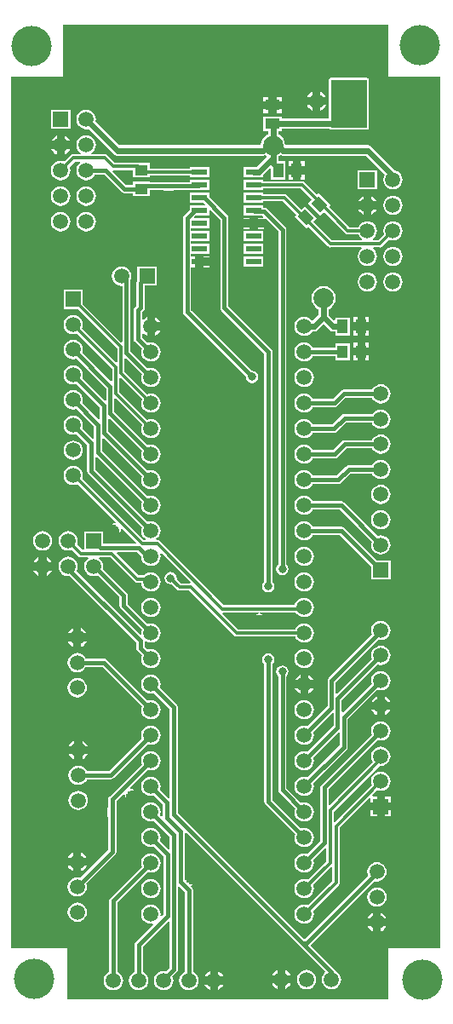
<source format=gtl>
G04*
G04 #@! TF.GenerationSoftware,Altium Limited,Altium Designer,20.0.12 (288)*
G04*
G04 Layer_Physical_Order=1*
G04 Layer_Color=255*
%FSLAX25Y25*%
%MOIN*%
G70*
G01*
G75*
%ADD15R,0.06102X0.02362*%
G04:AMPARAMS|DCode=16|XSize=51.18mil|YSize=41.34mil|CornerRadius=0mil|HoleSize=0mil|Usage=FLASHONLY|Rotation=135.000|XOffset=0mil|YOffset=0mil|HoleType=Round|Shape=Rectangle|*
%AMROTATEDRECTD16*
4,1,4,0.03271,-0.00348,0.00348,-0.03271,-0.03271,0.00348,-0.00348,0.03271,0.03271,-0.00348,0.0*
%
%ADD16ROTATEDRECTD16*%

%ADD17R,0.05118X0.04134*%
%ADD18R,0.04134X0.05118*%
%ADD19R,0.05512X0.04134*%
%ADD20R,0.04134X0.05512*%
%ADD21C,0.07874*%
%ADD35C,0.01575*%
%ADD36C,0.01181*%
%ADD37C,0.02362*%
%ADD38C,0.03150*%
%ADD39R,0.14173X0.18504*%
%ADD40C,0.05906*%
%ADD41R,0.05906X0.05906*%
%ADD42R,0.05906X0.05906*%
%ADD43C,0.15748*%
%ADD44C,0.02362*%
%ADD45C,0.03150*%
%ADD46C,0.05000*%
G36*
X153839Y387795D02*
Y367323D01*
X174016Y367323D01*
X174016Y26378D01*
X153839Y26378D01*
X153839Y6299D01*
X27953Y6299D01*
X27953Y26378D01*
X5906D01*
X5906Y367323D01*
X26378Y367323D01*
Y387795D01*
X153839Y387795D01*
D02*
G37*
%LPC*%
G36*
X127165Y361500D02*
Y359449D01*
X129217D01*
X129043Y359868D01*
X128410Y360693D01*
X127584Y361327D01*
X127165Y361500D01*
D02*
G37*
G36*
X124016Y361500D02*
X123597Y361327D01*
X122771Y360693D01*
X122138Y359868D01*
X121964Y359449D01*
X124016D01*
Y361500D01*
D02*
G37*
G36*
X112122Y359366D02*
X109941D01*
Y357874D01*
X112122D01*
Y359366D01*
D02*
G37*
G36*
X106791D02*
X104610D01*
Y357874D01*
X106791D01*
Y359366D01*
D02*
G37*
G36*
X129217Y356299D02*
X127165D01*
Y354248D01*
X127584Y354421D01*
X128410Y355055D01*
X129043Y355881D01*
X129217Y356299D01*
D02*
G37*
G36*
X124016D02*
X121964D01*
X122138Y355881D01*
X122771Y355055D01*
X123597Y354421D01*
X124016Y354248D01*
Y356299D01*
D02*
G37*
G36*
X112122Y354724D02*
X109941D01*
Y353232D01*
X112122D01*
Y354724D01*
D02*
G37*
G36*
X106791D02*
X104610D01*
Y353232D01*
X106791D01*
Y354724D01*
D02*
G37*
G36*
X145276Y366957D02*
X131102D01*
X130790Y366895D01*
X130526Y366719D01*
X130349Y366454D01*
X130287Y366142D01*
Y351036D01*
X111922D01*
Y351883D01*
X104810D01*
Y346149D01*
X106543D01*
Y344842D01*
X106174Y344689D01*
X105184Y343930D01*
X104425Y342940D01*
X103948Y341788D01*
X103792Y340605D01*
X103789Y340603D01*
X69685Y340603D01*
X48396D01*
X39110Y349888D01*
X39218Y350709D01*
X39089Y351688D01*
X38711Y352601D01*
X38110Y353385D01*
X37326Y353987D01*
X36413Y354365D01*
X35433Y354494D01*
X34453Y354365D01*
X33540Y353987D01*
X32757Y353385D01*
X32155Y352601D01*
X31777Y351688D01*
X31648Y350709D01*
X31777Y349729D01*
X32155Y348816D01*
X32757Y348032D01*
X33540Y347431D01*
X34453Y347053D01*
X35433Y346923D01*
X36254Y347032D01*
X46131Y337154D01*
X46786Y336717D01*
X47559Y336563D01*
X69685D01*
X104626Y336563D01*
X105399Y336717D01*
X105453Y336752D01*
X105913Y336486D01*
X105968Y335990D01*
X102018Y332040D01*
X100984D01*
X100789Y332001D01*
X97133D01*
Y328039D01*
X100789D01*
X100984Y328000D01*
X102854D01*
X103049Y328039D01*
X104835D01*
Y329144D01*
X107211Y331520D01*
X107665Y331266D01*
Y327153D01*
X113398D01*
Y334265D01*
X110583D01*
Y336261D01*
X110952Y336413D01*
X111524Y336852D01*
X111727Y336717D01*
X112500Y336563D01*
X144833D01*
X152313Y329082D01*
X152234Y328979D01*
X151856Y328066D01*
X151727Y327087D01*
X151856Y326107D01*
X152234Y325194D01*
X152835Y324410D01*
X153619Y323809D01*
X154532Y323430D01*
X155512Y323302D01*
X156491Y323430D01*
X157404Y323809D01*
X158188Y324410D01*
X158790Y325194D01*
X159168Y326107D01*
X159297Y327087D01*
X159168Y328066D01*
X158790Y328979D01*
X158188Y329763D01*
X157404Y330365D01*
X156491Y330743D01*
X156347Y330762D01*
X147098Y340011D01*
X146442Y340449D01*
X145669Y340603D01*
X113337D01*
X113334Y340605D01*
X113178Y341788D01*
X112701Y342940D01*
X111942Y343930D01*
X110952Y344689D01*
X110583Y344842D01*
Y346149D01*
X111922D01*
Y346996D01*
X130623D01*
X130790Y346884D01*
X131102Y346822D01*
X145276D01*
X145588Y346884D01*
X145852Y347061D01*
X146029Y347326D01*
X146091Y347638D01*
Y366142D01*
X146029Y366454D01*
X145852Y366719D01*
X145588Y366895D01*
X145276Y366957D01*
D02*
G37*
G36*
X29186Y354461D02*
X21680D01*
Y346956D01*
X29186D01*
Y354461D01*
D02*
G37*
G36*
X27008Y344335D02*
Y342283D01*
X29059D01*
X28886Y342702D01*
X28252Y343528D01*
X27426Y344161D01*
X27008Y344335D01*
D02*
G37*
G36*
X23858Y344335D02*
X23440Y344161D01*
X22614Y343528D01*
X21980Y342702D01*
X21807Y342283D01*
X23858D01*
Y344335D01*
D02*
G37*
G36*
Y339134D02*
X21807D01*
X21980Y338715D01*
X22614Y337890D01*
X23440Y337256D01*
X23858Y337083D01*
Y339134D01*
D02*
G37*
G36*
X29059D02*
X27008D01*
Y337083D01*
X27426Y337256D01*
X28252Y337890D01*
X28886Y338715D01*
X29059Y339134D01*
D02*
G37*
G36*
X35433Y344494D02*
X34453Y344365D01*
X33540Y343987D01*
X32757Y343385D01*
X32155Y342601D01*
X31777Y341688D01*
X31648Y340709D01*
X31777Y339729D01*
X32155Y338816D01*
X32757Y338032D01*
X33371Y337560D01*
X33202Y337060D01*
X30367D01*
X29824Y336952D01*
X29364Y336645D01*
X26888Y334168D01*
X26413Y334365D01*
X25433Y334494D01*
X24453Y334365D01*
X23540Y333987D01*
X22757Y333385D01*
X22155Y332601D01*
X21777Y331688D01*
X21648Y330709D01*
X21777Y329729D01*
X22155Y328816D01*
X22757Y328032D01*
X23540Y327431D01*
X24453Y327052D01*
X25433Y326923D01*
X26413Y327052D01*
X27326Y327431D01*
X28110Y328032D01*
X28711Y328816D01*
X29089Y329729D01*
X29218Y330709D01*
X29089Y331688D01*
X28893Y332163D01*
X30954Y334225D01*
X33029D01*
X33199Y333725D01*
X32757Y333385D01*
X32155Y332601D01*
X31777Y331688D01*
X31648Y330709D01*
X31777Y329729D01*
X32155Y328816D01*
X32757Y328032D01*
X33540Y327431D01*
X34453Y327052D01*
X35433Y326923D01*
X36413Y327052D01*
X37326Y327431D01*
X38110Y328032D01*
X38711Y328816D01*
X38825Y329090D01*
X42497D01*
X49208Y322379D01*
X49733Y322028D01*
X50352Y321905D01*
X53728D01*
Y320657D01*
X60446D01*
Y323007D01*
X65660D01*
X65752Y322835D01*
X69681D01*
X69773Y323007D01*
X79331D01*
X79487Y323039D01*
X83576D01*
Y327001D01*
X75873D01*
Y326244D01*
X60446D01*
Y326391D01*
X53728D01*
Y325142D01*
X51022D01*
X45778Y330387D01*
X45877Y330693D01*
X46006Y330866D01*
X53728D01*
Y327940D01*
X60446D01*
Y328602D01*
X75873D01*
Y328039D01*
X83576D01*
Y332001D01*
X75873D01*
Y331437D01*
X67881D01*
X67850Y331496D01*
X63646D01*
X63615Y331437D01*
X60446D01*
Y333674D01*
X55747D01*
X55610Y333701D01*
X46521D01*
X43577Y336645D01*
X43117Y336952D01*
X42574Y337060D01*
X37664D01*
X37495Y337560D01*
X38110Y338032D01*
X38711Y338816D01*
X39089Y339729D01*
X39218Y340709D01*
X39089Y341688D01*
X38711Y342601D01*
X38110Y343385D01*
X37326Y343987D01*
X36413Y344365D01*
X35433Y344494D01*
D02*
G37*
G36*
X120882Y334465D02*
X119390D01*
Y332283D01*
X120882D01*
Y334465D01*
D02*
G37*
G36*
X116240D02*
X114748D01*
Y332283D01*
X116240D01*
Y334465D01*
D02*
G37*
G36*
X120882Y329134D02*
X119390D01*
Y326953D01*
X120882D01*
Y329134D01*
D02*
G37*
G36*
X116240D02*
X114748D01*
Y326953D01*
X116240D01*
Y329134D01*
D02*
G37*
G36*
X149265Y330839D02*
X141759D01*
Y323334D01*
X149265D01*
Y330839D01*
D02*
G37*
G36*
X147087Y320713D02*
Y318661D01*
X149138D01*
X148965Y319080D01*
X148331Y319906D01*
X147505Y320539D01*
X147087Y320713D01*
D02*
G37*
G36*
X143937Y320713D02*
X143518Y320539D01*
X142693Y319906D01*
X142059Y319080D01*
X141886Y318661D01*
X143937D01*
Y320713D01*
D02*
G37*
G36*
X35433Y324494D02*
X34453Y324365D01*
X33540Y323987D01*
X32757Y323385D01*
X32155Y322601D01*
X31777Y321688D01*
X31648Y320709D01*
X31777Y319729D01*
X32155Y318816D01*
X32757Y318032D01*
X33540Y317431D01*
X34453Y317053D01*
X35433Y316923D01*
X36413Y317053D01*
X37326Y317431D01*
X38110Y318032D01*
X38711Y318816D01*
X39089Y319729D01*
X39218Y320709D01*
X39089Y321688D01*
X38711Y322601D01*
X38110Y323385D01*
X37326Y323987D01*
X36413Y324365D01*
X35433Y324494D01*
D02*
G37*
G36*
X25433D02*
X24453Y324365D01*
X23540Y323987D01*
X22757Y323385D01*
X22155Y322601D01*
X21777Y321688D01*
X21648Y320709D01*
X21777Y319729D01*
X22155Y318816D01*
X22757Y318032D01*
X23540Y317431D01*
X24453Y317053D01*
X25433Y316923D01*
X26413Y317053D01*
X27326Y317431D01*
X28110Y318032D01*
X28711Y318816D01*
X29089Y319729D01*
X29218Y320709D01*
X29089Y321688D01*
X28711Y322601D01*
X28110Y323385D01*
X27326Y323987D01*
X26413Y324365D01*
X25433Y324494D01*
D02*
G37*
G36*
X149138Y315512D02*
X147087D01*
Y313460D01*
X147505Y313634D01*
X148331Y314267D01*
X148965Y315093D01*
X149138Y315512D01*
D02*
G37*
G36*
X143937D02*
X141886D01*
X142059Y315093D01*
X142693Y314267D01*
X143518Y313634D01*
X143937Y313460D01*
Y315512D01*
D02*
G37*
G36*
X155512Y320872D02*
X154532Y320743D01*
X153619Y320365D01*
X152835Y319763D01*
X152234Y318979D01*
X151856Y318066D01*
X151727Y317087D01*
X151856Y316107D01*
X152234Y315194D01*
X152835Y314410D01*
X153619Y313809D01*
X154532Y313431D01*
X155512Y313301D01*
X156491Y313431D01*
X157404Y313809D01*
X158188Y314410D01*
X158790Y315194D01*
X159168Y316107D01*
X159297Y317087D01*
X159168Y318066D01*
X158790Y318979D01*
X158188Y319763D01*
X157404Y320365D01*
X156491Y320743D01*
X155512Y320872D01*
D02*
G37*
G36*
X99410Y312201D02*
X96933D01*
Y311595D01*
X99410D01*
Y312201D01*
D02*
G37*
G36*
X105035Y308445D02*
X102559D01*
Y307839D01*
X105035D01*
Y308445D01*
D02*
G37*
G36*
X99410D02*
X96933D01*
Y307839D01*
X99410D01*
Y308445D01*
D02*
G37*
G36*
X35433Y314494D02*
X34453Y314365D01*
X33540Y313987D01*
X32757Y313385D01*
X32155Y312601D01*
X31777Y311688D01*
X31648Y310709D01*
X31777Y309729D01*
X32155Y308816D01*
X32757Y308032D01*
X33540Y307431D01*
X34453Y307052D01*
X35433Y306924D01*
X36413Y307052D01*
X37326Y307431D01*
X38110Y308032D01*
X38711Y308816D01*
X39089Y309729D01*
X39218Y310709D01*
X39089Y311688D01*
X38711Y312601D01*
X38110Y313385D01*
X37326Y313987D01*
X36413Y314365D01*
X35433Y314494D01*
D02*
G37*
G36*
X25433D02*
X24453Y314365D01*
X23540Y313987D01*
X22757Y313385D01*
X22155Y312601D01*
X21777Y311688D01*
X21648Y310709D01*
X21777Y309729D01*
X22155Y308816D01*
X22757Y308032D01*
X23540Y307431D01*
X24453Y307052D01*
X25433Y306924D01*
X26413Y307052D01*
X27326Y307431D01*
X28110Y308032D01*
X28711Y308816D01*
X29089Y309729D01*
X29218Y310709D01*
X29089Y311688D01*
X28711Y312601D01*
X28110Y313385D01*
X27326Y313987D01*
X26413Y314365D01*
X25433Y314494D01*
D02*
G37*
G36*
X104835Y327001D02*
X97133D01*
Y323039D01*
X104835D01*
Y323602D01*
X119275D01*
X123591Y319286D01*
X122188Y317884D01*
X126939Y313133D01*
X128341Y314536D01*
X131871Y311005D01*
X136793Y306084D01*
X137253Y305777D01*
X137795Y305669D01*
X142037D01*
X142234Y305194D01*
X142835Y304410D01*
X143450Y303938D01*
X143280Y303438D01*
X131638D01*
X124441Y310635D01*
X125843Y312038D01*
X121093Y316788D01*
X119690Y315386D01*
X114054Y321022D01*
X113594Y321330D01*
X113051Y321438D01*
X104835D01*
Y322001D01*
X97133D01*
Y318039D01*
X104835D01*
Y318602D01*
X112464D01*
X117685Y313381D01*
X117038Y312734D01*
X121789Y307983D01*
X122436Y308630D01*
X130068Y300997D01*
X130528Y300690D01*
X131071Y300582D01*
X131174Y300603D01*
X143108D01*
X143278Y300103D01*
X142835Y299763D01*
X142234Y298979D01*
X141856Y298066D01*
X141727Y297087D01*
X141856Y296107D01*
X142234Y295194D01*
X142835Y294410D01*
X143619Y293809D01*
X144532Y293430D01*
X145512Y293302D01*
X146492Y293430D01*
X147404Y293809D01*
X148188Y294410D01*
X148790Y295194D01*
X149168Y296107D01*
X149297Y297087D01*
X149168Y298066D01*
X148790Y298979D01*
X148188Y299763D01*
X147746Y300103D01*
X147915Y300603D01*
X150322D01*
X150425Y300582D01*
X150968Y300690D01*
X151428Y300997D01*
X154057Y303627D01*
X154532Y303431D01*
X155512Y303302D01*
X156491Y303431D01*
X157404Y303809D01*
X158188Y304410D01*
X158790Y305194D01*
X159168Y306107D01*
X159297Y307087D01*
X159168Y308066D01*
X158790Y308979D01*
X158188Y309763D01*
X157404Y310365D01*
X156491Y310743D01*
X155512Y310872D01*
X154532Y310743D01*
X153619Y310365D01*
X152835Y309763D01*
X152234Y308979D01*
X151856Y308066D01*
X151727Y307087D01*
X151856Y306107D01*
X152052Y305632D01*
X149858Y303438D01*
X147743D01*
X147573Y303938D01*
X148188Y304410D01*
X148790Y305194D01*
X149168Y306107D01*
X149297Y307087D01*
X149168Y308066D01*
X148790Y308979D01*
X148188Y309763D01*
X147404Y310365D01*
X146492Y310743D01*
X145512Y310872D01*
X144532Y310743D01*
X143619Y310365D01*
X142835Y309763D01*
X142234Y308979D01*
X142037Y308504D01*
X138383D01*
X133877Y313010D01*
X130346Y316541D01*
X130993Y317188D01*
X126243Y321938D01*
X125596Y321291D01*
X120865Y326022D01*
X120405Y326330D01*
X119862Y326437D01*
X104835D01*
Y327001D01*
D02*
G37*
G36*
Y307001D02*
X97133D01*
Y303039D01*
X104402D01*
X104803Y303039D01*
X104804Y303038D01*
X104836D01*
Y303289D01*
X104835Y303289D01*
X104835Y303514D01*
X104835Y303514D01*
X104835Y303525D01*
Y307001D01*
D02*
G37*
G36*
Y302001D02*
X97133D01*
Y298039D01*
X104835D01*
Y302001D01*
D02*
G37*
G36*
X83776Y297201D02*
X81299D01*
Y296595D01*
X83776D01*
Y297201D01*
D02*
G37*
G36*
X155512Y300872D02*
X154532Y300743D01*
X153619Y300365D01*
X152835Y299763D01*
X152234Y298979D01*
X151856Y298066D01*
X151727Y297087D01*
X151856Y296107D01*
X152234Y295194D01*
X152835Y294410D01*
X153619Y293809D01*
X154532Y293430D01*
X155512Y293302D01*
X156491Y293430D01*
X157404Y293809D01*
X158188Y294410D01*
X158790Y295194D01*
X159168Y296107D01*
X159297Y297087D01*
X159168Y298066D01*
X158790Y298979D01*
X158188Y299763D01*
X157404Y300365D01*
X156491Y300743D01*
X155512Y300872D01*
D02*
G37*
G36*
X104835Y297001D02*
X97133D01*
Y293039D01*
X104835D01*
Y297001D01*
D02*
G37*
G36*
X83776Y293445D02*
X81299D01*
Y292839D01*
X83776D01*
Y293445D01*
D02*
G37*
G36*
X155512Y290872D02*
X154532Y290743D01*
X153619Y290365D01*
X152835Y289763D01*
X152234Y288979D01*
X151856Y288066D01*
X151727Y287087D01*
X151856Y286107D01*
X152234Y285194D01*
X152835Y284410D01*
X153619Y283809D01*
X154532Y283431D01*
X155512Y283301D01*
X156491Y283431D01*
X157404Y283809D01*
X158188Y284410D01*
X158790Y285194D01*
X159168Y286107D01*
X159297Y287087D01*
X159168Y288066D01*
X158790Y288979D01*
X158188Y289763D01*
X157404Y290365D01*
X156491Y290743D01*
X155512Y290872D01*
D02*
G37*
G36*
X145512D02*
X144532Y290743D01*
X143619Y290365D01*
X142835Y289763D01*
X142234Y288979D01*
X141856Y288066D01*
X141727Y287087D01*
X141856Y286107D01*
X142234Y285194D01*
X142835Y284410D01*
X143619Y283809D01*
X144532Y283431D01*
X145512Y283301D01*
X146492Y283431D01*
X147404Y283809D01*
X148188Y284410D01*
X148790Y285194D01*
X149168Y286107D01*
X149297Y287087D01*
X149168Y288066D01*
X148790Y288979D01*
X148188Y289763D01*
X147404Y290365D01*
X146492Y290743D01*
X145512Y290872D01*
D02*
G37*
G36*
X128347Y285487D02*
X127110Y285324D01*
X125958Y284846D01*
X124968Y284087D01*
X124209Y283098D01*
X123731Y281945D01*
X123569Y280709D01*
X123731Y279472D01*
X124209Y278320D01*
X124968Y277330D01*
X125958Y276571D01*
X126327Y276418D01*
Y274351D01*
X124126Y272150D01*
X123627Y272182D01*
X123444Y272421D01*
X122660Y273022D01*
X121747Y273400D01*
X120768Y273529D01*
X119788Y273400D01*
X118875Y273022D01*
X118091Y272421D01*
X117490Y271637D01*
X117112Y270724D01*
X116983Y269744D01*
X117112Y268764D01*
X117490Y267851D01*
X118091Y267068D01*
X118875Y266466D01*
X119788Y266088D01*
X120768Y265959D01*
X121747Y266088D01*
X122660Y266466D01*
X123444Y267068D01*
X123925Y267695D01*
X124547D01*
X125320Y267848D01*
X125976Y268286D01*
X128297Y270608D01*
X130619Y268286D01*
X131274Y267848D01*
X132047Y267695D01*
X132960D01*
Y266129D01*
X138694D01*
Y273241D01*
X132960D01*
Y272366D01*
X132460Y272159D01*
X130366Y274252D01*
Y276418D01*
X130735Y276571D01*
X131725Y277330D01*
X132484Y278320D01*
X132962Y279472D01*
X133124Y280709D01*
X132962Y281945D01*
X132484Y283098D01*
X131725Y284087D01*
X130735Y284846D01*
X129583Y285324D01*
X128347Y285487D01*
D02*
G37*
G36*
X62343Y273370D02*
Y271319D01*
X64394D01*
X64220Y271738D01*
X63587Y272563D01*
X62761Y273197D01*
X62343Y273370D01*
D02*
G37*
G36*
X146177Y273441D02*
X144685D01*
Y271260D01*
X146177D01*
Y273441D01*
D02*
G37*
G36*
X141535D02*
X140043D01*
Y271260D01*
X141535D01*
Y273441D01*
D02*
G37*
G36*
X64394Y268169D02*
X62343D01*
Y266118D01*
X62761Y266291D01*
X63587Y266925D01*
X64220Y267751D01*
X64394Y268169D01*
D02*
G37*
G36*
X62965Y293123D02*
X55460D01*
Y287856D01*
X55210Y287482D01*
X55087Y286863D01*
Y277695D01*
X54493Y277100D01*
X54142Y276575D01*
X54018Y275956D01*
Y264875D01*
X54142Y264255D01*
X54493Y263730D01*
X57225Y260998D01*
X57112Y260724D01*
X56983Y259744D01*
X57112Y258764D01*
X57490Y257852D01*
X58091Y257068D01*
X58875Y256466D01*
X59788Y256088D01*
X60768Y255959D01*
X61747Y256088D01*
X62660Y256466D01*
X63444Y257068D01*
X64046Y257852D01*
X64424Y258764D01*
X64553Y259744D01*
X64424Y260724D01*
X64046Y261637D01*
X63444Y262421D01*
X62660Y263022D01*
X61747Y263400D01*
X60768Y263529D01*
X59788Y263400D01*
X59514Y263287D01*
X57256Y265545D01*
Y267007D01*
X57756Y267177D01*
X57949Y266925D01*
X58774Y266291D01*
X59193Y266118D01*
Y269744D01*
Y273370D01*
X58774Y273197D01*
X57949Y272563D01*
X57756Y272312D01*
X57256Y272481D01*
Y275286D01*
X57850Y275880D01*
X58201Y276405D01*
X58324Y277025D01*
Y285617D01*
X62965D01*
Y293123D01*
D02*
G37*
G36*
X146177Y268110D02*
X144685D01*
Y265929D01*
X146177D01*
Y268110D01*
D02*
G37*
G36*
X141535D02*
X140043D01*
Y265929D01*
X141535D01*
Y268110D01*
D02*
G37*
G36*
X49213Y293155D02*
X48233Y293026D01*
X47320Y292648D01*
X46536Y292047D01*
X45935Y291263D01*
X45557Y290350D01*
X45428Y289370D01*
X45557Y288390D01*
X45935Y287477D01*
X46536Y286694D01*
X47320Y286092D01*
X48233Y285714D01*
X49213Y285585D01*
X49563Y285278D01*
Y281131D01*
X49550Y281068D01*
Y263738D01*
X49088Y263547D01*
X34068Y278567D01*
Y284068D01*
X26562D01*
Y276562D01*
X32063D01*
X47573Y261052D01*
Y255873D01*
X47111Y255682D01*
X33775Y269018D01*
X33971Y269493D01*
X34100Y270472D01*
X33971Y271452D01*
X33593Y272365D01*
X32991Y273149D01*
X32208Y273750D01*
X31295Y274129D01*
X30315Y274258D01*
X29335Y274129D01*
X28422Y273750D01*
X27639Y273149D01*
X27037Y272365D01*
X26659Y271452D01*
X26530Y270472D01*
X26659Y269493D01*
X27037Y268580D01*
X27639Y267796D01*
X28422Y267194D01*
X29335Y266816D01*
X30315Y266687D01*
X31295Y266816D01*
X31769Y267013D01*
X45592Y253191D01*
Y248295D01*
X45130Y248104D01*
X33858Y259376D01*
X33971Y259650D01*
X34100Y260630D01*
X33971Y261610D01*
X33593Y262523D01*
X32991Y263306D01*
X32208Y263908D01*
X31295Y264286D01*
X30315Y264415D01*
X29335Y264286D01*
X28422Y263908D01*
X27639Y263306D01*
X27037Y262523D01*
X26659Y261610D01*
X26530Y260630D01*
X26659Y259650D01*
X27037Y258737D01*
X27639Y257953D01*
X28422Y257352D01*
X29335Y256974D01*
X30315Y256845D01*
X31295Y256974D01*
X31569Y257087D01*
X43213Y245443D01*
Y240831D01*
X42751Y240640D01*
X33858Y249534D01*
X33971Y249808D01*
X34100Y250787D01*
X33971Y251767D01*
X33593Y252680D01*
X32991Y253464D01*
X32208Y254065D01*
X31295Y254444D01*
X30315Y254573D01*
X29335Y254444D01*
X28422Y254065D01*
X27639Y253464D01*
X27037Y252680D01*
X26659Y251767D01*
X26530Y250787D01*
X26659Y249808D01*
X27037Y248895D01*
X27639Y248111D01*
X28422Y247509D01*
X29335Y247131D01*
X30315Y247002D01*
X31295Y247131D01*
X31569Y247245D01*
X40838Y237975D01*
Y233364D01*
X40376Y233172D01*
X33858Y239691D01*
X33971Y239965D01*
X34100Y240945D01*
X33971Y241925D01*
X33593Y242837D01*
X32991Y243621D01*
X32208Y244223D01*
X31295Y244601D01*
X30315Y244730D01*
X29335Y244601D01*
X28422Y244223D01*
X27639Y243621D01*
X27037Y242837D01*
X26659Y241925D01*
X26530Y240945D01*
X26659Y239965D01*
X27037Y239052D01*
X27639Y238268D01*
X28422Y237667D01*
X29335Y237289D01*
X30315Y237160D01*
X31295Y237289D01*
X31569Y237402D01*
X38463Y230507D01*
Y225896D01*
X38001Y225705D01*
X33858Y229849D01*
X33971Y230123D01*
X34100Y231102D01*
X33971Y232082D01*
X33593Y232995D01*
X32991Y233779D01*
X32208Y234380D01*
X31295Y234758D01*
X30315Y234888D01*
X29335Y234758D01*
X28422Y234380D01*
X27639Y233779D01*
X27037Y232995D01*
X26659Y232082D01*
X26530Y231102D01*
X26659Y230123D01*
X27037Y229210D01*
X27639Y228426D01*
X28422Y227824D01*
X29335Y227446D01*
X30315Y227317D01*
X31295Y227446D01*
X31569Y227560D01*
X35783Y223345D01*
Y213110D01*
X35906Y212491D01*
X36257Y211966D01*
X57225Y190998D01*
X57112Y190724D01*
X56983Y189744D01*
X57112Y188764D01*
X57490Y187852D01*
X58091Y187068D01*
X58706Y186596D01*
X58536Y186096D01*
X58035D01*
X33890Y210241D01*
X33971Y210438D01*
X34100Y211417D01*
X33971Y212397D01*
X33593Y213310D01*
X32991Y214094D01*
X32208Y214695D01*
X31295Y215073D01*
X30315Y215202D01*
X29335Y215073D01*
X28422Y214695D01*
X27639Y214094D01*
X27037Y213310D01*
X26659Y212397D01*
X26530Y211417D01*
X26659Y210438D01*
X27037Y209525D01*
X27639Y208741D01*
X28422Y208139D01*
X29335Y207761D01*
X30315Y207632D01*
X31295Y207761D01*
X32048Y208073D01*
X46881Y193240D01*
X46674Y192740D01*
X45999Y192606D01*
X45281Y192126D01*
X46850D01*
Y190551D01*
X48425D01*
Y188982D01*
X48905Y189700D01*
X49039Y190375D01*
X49539Y190582D01*
X54970Y185151D01*
X54778Y184689D01*
X42099D01*
Y189579D01*
X34594D01*
Y182311D01*
X33868D01*
X31806Y184372D01*
X32003Y184847D01*
X32132Y185827D01*
X32003Y186806D01*
X31624Y187719D01*
X31023Y188503D01*
X30239Y189105D01*
X29326Y189483D01*
X28346Y189612D01*
X27367Y189483D01*
X26454Y189105D01*
X25670Y188503D01*
X25068Y187719D01*
X24690Y186806D01*
X24561Y185827D01*
X24690Y184847D01*
X25068Y183934D01*
X25670Y183150D01*
X26454Y182549D01*
X27367Y182171D01*
X28346Y182042D01*
X29326Y182171D01*
X29801Y182367D01*
X32278Y179890D01*
X32738Y179583D01*
X33280Y179475D01*
X36115D01*
X36285Y178975D01*
X35670Y178503D01*
X35068Y177719D01*
X34690Y176806D01*
X34561Y175827D01*
X34690Y174847D01*
X35068Y173934D01*
X35670Y173150D01*
X36454Y172549D01*
X37367Y172171D01*
X38346Y172042D01*
X39326Y172171D01*
X39863Y172393D01*
X48404Y163852D01*
Y160489D01*
X48528Y159870D01*
X48878Y159344D01*
X57225Y150998D01*
X57112Y150724D01*
X56983Y149744D01*
X57055Y149197D01*
X56581Y148964D01*
X31618Y173926D01*
X31624Y173934D01*
X32003Y174847D01*
X32132Y175827D01*
X32003Y176806D01*
X31624Y177719D01*
X31023Y178503D01*
X30239Y179105D01*
X29326Y179483D01*
X28346Y179612D01*
X27367Y179483D01*
X26454Y179105D01*
X25670Y178503D01*
X25068Y177719D01*
X24690Y176806D01*
X24561Y175827D01*
X24690Y174847D01*
X25068Y173934D01*
X25670Y173150D01*
X26454Y172549D01*
X27367Y172171D01*
X28346Y172042D01*
X28858Y172109D01*
X54973Y145994D01*
Y143920D01*
X55097Y143300D01*
X55448Y142775D01*
X57225Y140998D01*
X57112Y140724D01*
X56983Y139744D01*
X57112Y138764D01*
X57490Y137852D01*
X58091Y137068D01*
X58875Y136466D01*
X59788Y136088D01*
X60768Y135959D01*
X61747Y136088D01*
X62660Y136466D01*
X63444Y137068D01*
X64046Y137852D01*
X64424Y138764D01*
X64553Y139744D01*
X64424Y140724D01*
X64046Y141637D01*
X63444Y142421D01*
X62660Y143022D01*
X61747Y143400D01*
X60768Y143529D01*
X59788Y143400D01*
X59514Y143287D01*
X58210Y144590D01*
Y146346D01*
X58710Y146592D01*
X58875Y146466D01*
X59788Y146088D01*
X60768Y145959D01*
X61747Y146088D01*
X62660Y146466D01*
X63444Y147068D01*
X64046Y147852D01*
X64424Y148764D01*
X64553Y149744D01*
X64424Y150724D01*
X64046Y151637D01*
X63444Y152421D01*
X62660Y153022D01*
X61747Y153400D01*
X60768Y153529D01*
X59788Y153400D01*
X59514Y153287D01*
X51641Y161159D01*
Y164522D01*
X51518Y165142D01*
X51167Y165667D01*
X41998Y174836D01*
X42003Y174847D01*
X42132Y175827D01*
X42003Y176806D01*
X41625Y177719D01*
X41023Y178503D01*
X40408Y178975D01*
X40578Y179475D01*
X44898D01*
X54501Y169871D01*
X54961Y169564D01*
X55504Y169456D01*
X57020D01*
X57112Y168764D01*
X57490Y167851D01*
X58091Y167068D01*
X58875Y166466D01*
X59788Y166088D01*
X60768Y165959D01*
X61747Y166088D01*
X62660Y166466D01*
X63444Y167068D01*
X64046Y167851D01*
X64424Y168764D01*
X64553Y169744D01*
X64424Y170724D01*
X64046Y171637D01*
X63444Y172421D01*
X62660Y173022D01*
X61747Y173400D01*
X60768Y173529D01*
X59788Y173400D01*
X58875Y173022D01*
X58091Y172421D01*
X57992Y172292D01*
X56091D01*
X47393Y180990D01*
X47584Y181452D01*
X55279D01*
X56983Y179748D01*
X56983Y179744D01*
X57112Y178764D01*
X57490Y177851D01*
X58091Y177068D01*
X58875Y176466D01*
X59788Y176088D01*
X60768Y175959D01*
X61747Y176088D01*
X62660Y176466D01*
X63444Y177068D01*
X64046Y177851D01*
X64424Y178764D01*
X64553Y179744D01*
X64424Y180724D01*
X64369Y180857D01*
X64793Y181140D01*
X76299Y169634D01*
X76091Y169134D01*
X72575D01*
X70856Y170853D01*
X70925Y171201D01*
X70741Y172127D01*
X70216Y172913D01*
X69431Y173438D01*
X68504Y173622D01*
X67577Y173438D01*
X66792Y172913D01*
X66267Y172127D01*
X66083Y171201D01*
X66267Y170274D01*
X66792Y169489D01*
X67577Y168964D01*
X68504Y168779D01*
X68851Y168849D01*
X70986Y166714D01*
X71446Y166407D01*
X71988Y166299D01*
X75791D01*
X93348Y148742D01*
X93808Y148434D01*
X94350Y148326D01*
X117293D01*
X117490Y147852D01*
X118091Y147068D01*
X118875Y146466D01*
X119788Y146088D01*
X120768Y145959D01*
X121747Y146088D01*
X122660Y146466D01*
X123444Y147068D01*
X124046Y147852D01*
X124424Y148764D01*
X124553Y149744D01*
X124424Y150724D01*
X124046Y151637D01*
X123444Y152421D01*
X122660Y153022D01*
X121747Y153400D01*
X120768Y153529D01*
X119788Y153400D01*
X118875Y153022D01*
X118091Y152421D01*
X117490Y151637D01*
X117293Y151162D01*
X94938D01*
X88778Y157322D01*
X88985Y157822D01*
X102998D01*
X103047Y157322D01*
X102785Y157269D01*
X102299Y157173D01*
X101581Y156693D01*
X104719D01*
X104001Y157173D01*
X103514Y157269D01*
X103252Y157322D01*
X103301Y157822D01*
X117513D01*
X118091Y157068D01*
X118875Y156466D01*
X119788Y156088D01*
X120768Y155959D01*
X121747Y156088D01*
X122660Y156466D01*
X123444Y157068D01*
X124046Y157852D01*
X124424Y158764D01*
X124553Y159744D01*
X124424Y160724D01*
X124046Y161637D01*
X123444Y162421D01*
X122660Y163022D01*
X121747Y163400D01*
X120768Y163529D01*
X119788Y163400D01*
X118875Y163022D01*
X118091Y162421D01*
X117490Y161637D01*
X117112Y160724D01*
X117103Y160657D01*
X89286D01*
X64262Y185680D01*
X63803Y185988D01*
X63260Y186096D01*
X62999D01*
X62829Y186596D01*
X63444Y187068D01*
X64046Y187852D01*
X64424Y188764D01*
X64553Y189744D01*
X64424Y190724D01*
X64046Y191637D01*
X63444Y192421D01*
X62660Y193022D01*
X61747Y193400D01*
X60768Y193529D01*
X59788Y193400D01*
X59514Y193287D01*
X39020Y213781D01*
Y218549D01*
X39482Y218741D01*
X57225Y200998D01*
X57112Y200724D01*
X56983Y199744D01*
X57112Y198764D01*
X57490Y197852D01*
X58091Y197068D01*
X58875Y196466D01*
X59788Y196088D01*
X60768Y195959D01*
X61747Y196088D01*
X62660Y196466D01*
X63444Y197068D01*
X64046Y197852D01*
X64424Y198764D01*
X64553Y199744D01*
X64424Y200724D01*
X64046Y201637D01*
X63444Y202421D01*
X62660Y203022D01*
X61747Y203400D01*
X60768Y203529D01*
X59788Y203400D01*
X59514Y203287D01*
X41700Y221100D01*
Y225869D01*
X42162Y226061D01*
X57225Y210998D01*
X57112Y210724D01*
X56983Y209744D01*
X57112Y208764D01*
X57490Y207852D01*
X58091Y207068D01*
X58875Y206466D01*
X59788Y206088D01*
X60768Y205959D01*
X61747Y206088D01*
X62660Y206466D01*
X63444Y207068D01*
X64046Y207852D01*
X64424Y208764D01*
X64553Y209744D01*
X64424Y210724D01*
X64046Y211637D01*
X63444Y212421D01*
X62660Y213022D01*
X61747Y213400D01*
X60768Y213529D01*
X59788Y213400D01*
X59514Y213287D01*
X44075Y228726D01*
Y233494D01*
X44537Y233686D01*
X57225Y220998D01*
X57112Y220724D01*
X56983Y219744D01*
X57112Y218764D01*
X57490Y217851D01*
X58091Y217068D01*
X58875Y216466D01*
X59788Y216088D01*
X60768Y215959D01*
X61747Y216088D01*
X62660Y216466D01*
X63444Y217068D01*
X64046Y217851D01*
X64424Y218764D01*
X64553Y219744D01*
X64424Y220724D01*
X64046Y221637D01*
X63444Y222421D01*
X62660Y223022D01*
X61747Y223400D01*
X60768Y223529D01*
X59788Y223400D01*
X59514Y223287D01*
X46450Y236351D01*
Y241404D01*
X46912Y241595D01*
X57308Y231199D01*
X57112Y230724D01*
X56983Y229744D01*
X57112Y228764D01*
X57490Y227852D01*
X58091Y227068D01*
X58875Y226466D01*
X59788Y226088D01*
X60768Y225959D01*
X61747Y226088D01*
X62660Y226466D01*
X63444Y227068D01*
X64046Y227852D01*
X64424Y228764D01*
X64553Y229744D01*
X64424Y230724D01*
X64046Y231637D01*
X63444Y232421D01*
X62660Y233022D01*
X61747Y233400D01*
X60768Y233529D01*
X59788Y233400D01*
X59313Y233204D01*
X48427Y244090D01*
Y249426D01*
X48889Y249618D01*
X57308Y241198D01*
X57112Y240724D01*
X56983Y239744D01*
X57112Y238764D01*
X57490Y237852D01*
X58091Y237068D01*
X58875Y236466D01*
X59788Y236088D01*
X60768Y235959D01*
X61747Y236088D01*
X62660Y236466D01*
X63444Y237068D01*
X64046Y237852D01*
X64424Y238764D01*
X64553Y239744D01*
X64424Y240724D01*
X64046Y241637D01*
X63444Y242421D01*
X62660Y243022D01*
X61747Y243400D01*
X60768Y243529D01*
X59788Y243400D01*
X59313Y243204D01*
X50408Y252109D01*
Y257161D01*
X50870Y257353D01*
X57225Y250998D01*
X57112Y250724D01*
X56983Y249744D01*
X57112Y248764D01*
X57490Y247851D01*
X58091Y247068D01*
X58875Y246466D01*
X59788Y246088D01*
X60768Y245959D01*
X61747Y246088D01*
X62660Y246466D01*
X63444Y247068D01*
X64046Y247851D01*
X64424Y248764D01*
X64553Y249744D01*
X64424Y250724D01*
X64046Y251637D01*
X63444Y252421D01*
X62660Y253022D01*
X61747Y253400D01*
X60768Y253529D01*
X59788Y253400D01*
X59514Y253287D01*
X52787Y260014D01*
Y281017D01*
X52800Y281081D01*
Y287402D01*
X52689Y287957D01*
X52869Y288390D01*
X52998Y289370D01*
X52869Y290350D01*
X52491Y291263D01*
X51889Y292047D01*
X51105Y292648D01*
X50192Y293026D01*
X49213Y293155D01*
D02*
G37*
G36*
X146177Y263402D02*
X144685D01*
Y261417D01*
X146177D01*
Y263402D01*
D02*
G37*
G36*
X141535D02*
X140043D01*
Y261417D01*
X141535D01*
Y263402D01*
D02*
G37*
G36*
X120768Y263529D02*
X119788Y263400D01*
X118875Y263022D01*
X118091Y262421D01*
X117490Y261637D01*
X117112Y260724D01*
X116983Y259744D01*
X117112Y258764D01*
X117490Y257852D01*
X118091Y257068D01*
X118875Y256466D01*
X119788Y256088D01*
X120768Y255959D01*
X121747Y256088D01*
X122660Y256466D01*
X123444Y257068D01*
X124046Y257852D01*
X124159Y258126D01*
X132960D01*
Y256484D01*
X138694D01*
Y263202D01*
X132960D01*
Y261363D01*
X124159D01*
X124046Y261637D01*
X123444Y262421D01*
X122660Y263022D01*
X121747Y263400D01*
X120768Y263529D01*
D02*
G37*
G36*
X146177Y258268D02*
X144685D01*
Y256283D01*
X146177D01*
Y258268D01*
D02*
G37*
G36*
X141535D02*
X140043D01*
Y256283D01*
X141535D01*
Y258268D01*
D02*
G37*
G36*
X120768Y253529D02*
X119788Y253400D01*
X118875Y253022D01*
X118091Y252421D01*
X117490Y251637D01*
X117112Y250724D01*
X116983Y249744D01*
X117112Y248764D01*
X117490Y247851D01*
X118091Y247068D01*
X118875Y246466D01*
X119788Y246088D01*
X120768Y245959D01*
X121747Y246088D01*
X122660Y246466D01*
X123444Y247068D01*
X124046Y247851D01*
X124424Y248764D01*
X124553Y249744D01*
X124424Y250724D01*
X124046Y251637D01*
X123444Y252421D01*
X122660Y253022D01*
X121747Y253400D01*
X120768Y253529D01*
D02*
G37*
G36*
X150787Y247092D02*
X149808Y246963D01*
X148895Y246585D01*
X148111Y245984D01*
X147509Y245200D01*
X147396Y244926D01*
X136221D01*
X135601Y244802D01*
X135076Y244451D01*
X131987Y241363D01*
X124159D01*
X124046Y241637D01*
X123444Y242421D01*
X122660Y243022D01*
X121747Y243400D01*
X120768Y243529D01*
X119788Y243400D01*
X118875Y243022D01*
X118091Y242421D01*
X117490Y241637D01*
X117112Y240724D01*
X116983Y239744D01*
X117112Y238764D01*
X117490Y237852D01*
X118091Y237068D01*
X118875Y236466D01*
X119788Y236088D01*
X120768Y235959D01*
X121747Y236088D01*
X122660Y236466D01*
X123444Y237068D01*
X124046Y237852D01*
X124159Y238126D01*
X132658D01*
X133277Y238249D01*
X133802Y238600D01*
X136891Y241689D01*
X147396D01*
X147509Y241414D01*
X148111Y240631D01*
X148895Y240029D01*
X149808Y239651D01*
X150787Y239522D01*
X151767Y239651D01*
X152680Y240029D01*
X153464Y240631D01*
X154065Y241414D01*
X154444Y242327D01*
X154572Y243307D01*
X154444Y244287D01*
X154065Y245200D01*
X153464Y245984D01*
X152680Y246585D01*
X151767Y246963D01*
X150787Y247092D01*
D02*
G37*
G36*
Y237250D02*
X149808Y237121D01*
X148895Y236743D01*
X148111Y236141D01*
X147601Y235477D01*
X136614D01*
X135995Y235354D01*
X135470Y235003D01*
X131830Y231363D01*
X124159D01*
X124046Y231637D01*
X123444Y232421D01*
X122660Y233022D01*
X121747Y233400D01*
X120768Y233529D01*
X119788Y233400D01*
X118875Y233022D01*
X118091Y232421D01*
X117490Y231637D01*
X117112Y230724D01*
X116983Y229744D01*
X117112Y228764D01*
X117490Y227852D01*
X118091Y227068D01*
X118875Y226466D01*
X119788Y226088D01*
X120768Y225959D01*
X121747Y226088D01*
X122660Y226466D01*
X123444Y227068D01*
X124046Y227852D01*
X124159Y228126D01*
X132500D01*
X133119Y228249D01*
X133644Y228600D01*
X137285Y232240D01*
X147233D01*
X147509Y231572D01*
X148111Y230788D01*
X148895Y230187D01*
X149808Y229808D01*
X150787Y229679D01*
X151767Y229808D01*
X152680Y230187D01*
X153464Y230788D01*
X154065Y231572D01*
X154444Y232485D01*
X154572Y233465D01*
X154444Y234444D01*
X154065Y235357D01*
X153464Y236141D01*
X152680Y236743D01*
X151767Y237121D01*
X150787Y237250D01*
D02*
G37*
G36*
Y227407D02*
X149808Y227278D01*
X148895Y226900D01*
X148111Y226298D01*
X147509Y225515D01*
X147396Y225240D01*
X136614D01*
X135995Y225117D01*
X135470Y224766D01*
X132066Y221363D01*
X124159D01*
X124046Y221637D01*
X123444Y222421D01*
X122660Y223022D01*
X121747Y223400D01*
X120768Y223529D01*
X119788Y223400D01*
X118875Y223022D01*
X118091Y222421D01*
X117490Y221637D01*
X117112Y220724D01*
X116983Y219744D01*
X117112Y218764D01*
X117490Y217851D01*
X118091Y217068D01*
X118875Y216466D01*
X119788Y216088D01*
X120768Y215959D01*
X121747Y216088D01*
X122660Y216466D01*
X123444Y217068D01*
X124046Y217851D01*
X124159Y218126D01*
X132736D01*
X133356Y218249D01*
X133881Y218600D01*
X137285Y222004D01*
X147396D01*
X147509Y221729D01*
X148111Y220946D01*
X148895Y220344D01*
X149808Y219966D01*
X150787Y219837D01*
X151767Y219966D01*
X152680Y220344D01*
X153464Y220946D01*
X154065Y221729D01*
X154444Y222642D01*
X154572Y223622D01*
X154444Y224602D01*
X154065Y225515D01*
X153464Y226298D01*
X152680Y226900D01*
X151767Y227278D01*
X150787Y227407D01*
D02*
G37*
G36*
X30315Y225045D02*
X29335Y224916D01*
X28422Y224538D01*
X27639Y223936D01*
X27037Y223152D01*
X26659Y222239D01*
X26530Y221260D01*
X26659Y220280D01*
X27037Y219367D01*
X27639Y218583D01*
X28422Y217982D01*
X29335Y217604D01*
X30315Y217475D01*
X31295Y217604D01*
X32208Y217982D01*
X32991Y218583D01*
X33593Y219367D01*
X33971Y220280D01*
X34100Y221260D01*
X33971Y222239D01*
X33593Y223152D01*
X32991Y223936D01*
X32208Y224538D01*
X31295Y224916D01*
X30315Y225045D01*
D02*
G37*
G36*
X150787Y217565D02*
X149808Y217436D01*
X148895Y217057D01*
X148111Y216456D01*
X147509Y215672D01*
X147396Y215398D01*
X138189D01*
X137570Y215275D01*
X137045Y214924D01*
X133483Y211363D01*
X124159D01*
X124046Y211637D01*
X123444Y212421D01*
X122660Y213022D01*
X121747Y213400D01*
X120768Y213529D01*
X119788Y213400D01*
X118875Y213022D01*
X118091Y212421D01*
X117490Y211637D01*
X117112Y210724D01*
X116983Y209744D01*
X117112Y208764D01*
X117490Y207852D01*
X118091Y207068D01*
X118875Y206466D01*
X119788Y206088D01*
X120768Y205959D01*
X121747Y206088D01*
X122660Y206466D01*
X123444Y207068D01*
X124046Y207852D01*
X124159Y208126D01*
X134153D01*
X134773Y208249D01*
X135298Y208600D01*
X138859Y212161D01*
X147396D01*
X147509Y211887D01*
X148111Y211103D01*
X148895Y210502D01*
X149808Y210123D01*
X150787Y209994D01*
X151767Y210123D01*
X152680Y210502D01*
X153464Y211103D01*
X154065Y211887D01*
X154444Y212800D01*
X154572Y213779D01*
X154444Y214759D01*
X154065Y215672D01*
X153464Y216456D01*
X152680Y217057D01*
X151767Y217436D01*
X150787Y217565D01*
D02*
G37*
G36*
Y207722D02*
X149808Y207593D01*
X148895Y207215D01*
X148111Y206613D01*
X147509Y205830D01*
X147131Y204917D01*
X147002Y203937D01*
X147131Y202957D01*
X147509Y202045D01*
X148111Y201260D01*
X148895Y200659D01*
X149808Y200281D01*
X150787Y200152D01*
X151767Y200281D01*
X152680Y200659D01*
X153464Y201260D01*
X154065Y202045D01*
X154444Y202957D01*
X154572Y203937D01*
X154444Y204917D01*
X154065Y205830D01*
X153464Y206613D01*
X152680Y207215D01*
X151767Y207593D01*
X150787Y207722D01*
D02*
G37*
G36*
Y197880D02*
X149808Y197751D01*
X148895Y197372D01*
X148111Y196771D01*
X147509Y195987D01*
X147131Y195074D01*
X147002Y194095D01*
X147131Y193115D01*
X147509Y192202D01*
X148111Y191418D01*
X148895Y190816D01*
X149808Y190438D01*
X150787Y190309D01*
X151767Y190438D01*
X152680Y190816D01*
X153464Y191418D01*
X154065Y192202D01*
X154444Y193115D01*
X154572Y194095D01*
X154444Y195074D01*
X154065Y195987D01*
X153464Y196771D01*
X152680Y197372D01*
X151767Y197751D01*
X150787Y197880D01*
D02*
G37*
G36*
X18347Y189612D02*
X17367Y189483D01*
X16454Y189105D01*
X15670Y188503D01*
X15068Y187719D01*
X14690Y186806D01*
X14561Y185827D01*
X14690Y184847D01*
X15068Y183934D01*
X15670Y183150D01*
X16454Y182549D01*
X17367Y182171D01*
X18347Y182042D01*
X19326Y182171D01*
X20239Y182549D01*
X21023Y183150D01*
X21624Y183934D01*
X22003Y184847D01*
X22132Y185827D01*
X22003Y186806D01*
X21624Y187719D01*
X21023Y188503D01*
X20239Y189105D01*
X19326Y189483D01*
X18347Y189612D01*
D02*
G37*
G36*
X120768Y203529D02*
X119788Y203400D01*
X118875Y203022D01*
X118091Y202421D01*
X117490Y201637D01*
X117112Y200724D01*
X116983Y199744D01*
X117112Y198764D01*
X117490Y197852D01*
X118091Y197068D01*
X118875Y196466D01*
X119788Y196088D01*
X120768Y195959D01*
X121747Y196088D01*
X122660Y196466D01*
X123444Y197068D01*
X124046Y197852D01*
X124159Y198126D01*
X134625D01*
X147245Y185506D01*
X147131Y185232D01*
X147002Y184252D01*
X147131Y183272D01*
X147509Y182359D01*
X148111Y181576D01*
X148895Y180974D01*
X149808Y180596D01*
X150787Y180467D01*
X151767Y180596D01*
X152680Y180974D01*
X153464Y181576D01*
X154065Y182359D01*
X154444Y183272D01*
X154572Y184252D01*
X154444Y185232D01*
X154065Y186144D01*
X153464Y186928D01*
X152680Y187530D01*
X151767Y187908D01*
X150787Y188037D01*
X149808Y187908D01*
X149534Y187795D01*
X136440Y200888D01*
X135915Y201239D01*
X135295Y201363D01*
X124159D01*
X124046Y201637D01*
X123444Y202421D01*
X122660Y203022D01*
X121747Y203400D01*
X120768Y203529D01*
D02*
G37*
G36*
X19921Y179453D02*
Y177402D01*
X21973D01*
X21799Y177820D01*
X21166Y178646D01*
X20340Y179279D01*
X19921Y179453D01*
D02*
G37*
G36*
X16772D02*
X16353Y179279D01*
X15527Y178646D01*
X14894Y177820D01*
X14720Y177402D01*
X16772D01*
Y179453D01*
D02*
G37*
G36*
X120768Y183529D02*
X119788Y183400D01*
X118875Y183022D01*
X118091Y182421D01*
X117490Y181637D01*
X117112Y180724D01*
X116983Y179744D01*
X117112Y178764D01*
X117490Y177851D01*
X118091Y177068D01*
X118875Y176466D01*
X119788Y176088D01*
X120768Y175959D01*
X121747Y176088D01*
X122660Y176466D01*
X123444Y177068D01*
X124046Y177851D01*
X124424Y178764D01*
X124553Y179744D01*
X124424Y180724D01*
X124046Y181637D01*
X123444Y182421D01*
X122660Y183022D01*
X121747Y183400D01*
X120768Y183529D01*
D02*
G37*
G36*
X104835Y317001D02*
X97133D01*
Y313039D01*
X101222D01*
X101378Y313007D01*
X104447D01*
X104751Y312633D01*
X104566Y312201D01*
X102559D01*
Y311595D01*
X105035D01*
Y311752D01*
X105535Y311959D01*
X110586Y306908D01*
Y176578D01*
X110493Y176515D01*
X109968Y175730D01*
X109783Y174803D01*
X109968Y173877D01*
X110493Y173091D01*
X111278Y172566D01*
X112205Y172382D01*
X113131Y172566D01*
X113917Y173091D01*
X114442Y173877D01*
X114626Y174803D01*
X114442Y175730D01*
X113917Y176515D01*
X113823Y176578D01*
Y307579D01*
X113700Y308198D01*
X113349Y308723D01*
X106302Y315770D01*
X105777Y316121D01*
X105157Y316245D01*
X104835D01*
Y317001D01*
D02*
G37*
G36*
X21973Y174252D02*
X19921D01*
Y172201D01*
X20340Y172374D01*
X21166Y173008D01*
X21799Y173833D01*
X21973Y174252D01*
D02*
G37*
G36*
X16772D02*
X14720D01*
X14894Y173833D01*
X15527Y173008D01*
X16353Y172374D01*
X16772Y172201D01*
Y174252D01*
D02*
G37*
G36*
X120768Y193529D02*
X119788Y193400D01*
X118875Y193022D01*
X118091Y192421D01*
X117490Y191637D01*
X117112Y190724D01*
X116983Y189744D01*
X117112Y188764D01*
X117490Y187852D01*
X118091Y187068D01*
X118875Y186466D01*
X119788Y186088D01*
X120768Y185959D01*
X121747Y186088D01*
X122660Y186466D01*
X123444Y187068D01*
X124046Y187852D01*
X124159Y188126D01*
X134782D01*
X147035Y175873D01*
Y170657D01*
X154540D01*
Y178162D01*
X149324D01*
X136597Y190889D01*
X136072Y191239D01*
X135453Y191363D01*
X124159D01*
X124046Y191637D01*
X123444Y192421D01*
X122660Y193022D01*
X121747Y193400D01*
X120768Y193529D01*
D02*
G37*
G36*
Y173529D02*
X119788Y173400D01*
X118875Y173022D01*
X118091Y172421D01*
X117490Y171637D01*
X117112Y170724D01*
X116983Y169744D01*
X117112Y168764D01*
X117490Y167851D01*
X118091Y167068D01*
X118875Y166466D01*
X119788Y166088D01*
X120768Y165959D01*
X121747Y166088D01*
X122660Y166466D01*
X123444Y167068D01*
X124046Y167851D01*
X124424Y168764D01*
X124553Y169744D01*
X124424Y170724D01*
X124046Y171637D01*
X123444Y172421D01*
X122660Y173022D01*
X121747Y173400D01*
X120768Y173529D01*
D02*
G37*
G36*
X83576Y322001D02*
X75873D01*
Y318039D01*
X81287D01*
X81862Y317463D01*
X81671Y317001D01*
X75873D01*
Y315328D01*
X73741Y313196D01*
X73391Y312671D01*
X73267Y312051D01*
Y275508D01*
X73391Y274888D01*
X73741Y274363D01*
X97994Y250111D01*
X97972Y250000D01*
X98157Y249073D01*
X98682Y248288D01*
X99467Y247763D01*
X100394Y247579D01*
X101320Y247763D01*
X102106Y248288D01*
X102631Y249073D01*
X102815Y250000D01*
X102631Y250927D01*
X102106Y251712D01*
X101320Y252237D01*
X100394Y252421D01*
X100283Y252399D01*
X76504Y276178D01*
Y292839D01*
X78150D01*
Y295020D01*
Y297201D01*
X76504D01*
Y298039D01*
X83576D01*
Y302001D01*
X76504D01*
Y303039D01*
X83576D01*
Y307001D01*
X76504D01*
Y308039D01*
X83576D01*
Y312001D01*
X77778D01*
X77586Y312463D01*
X78162Y313039D01*
X83576D01*
Y315096D01*
X84038Y315288D01*
X87850Y311475D01*
Y276969D01*
X87973Y276349D01*
X88324Y275824D01*
X105074Y259074D01*
Y169885D01*
X104981Y169822D01*
X104456Y169037D01*
X104272Y168110D01*
X104456Y167184D01*
X104981Y166398D01*
X105766Y165873D01*
X106693Y165689D01*
X107620Y165873D01*
X108405Y166398D01*
X108930Y167184D01*
X109114Y168110D01*
X108930Y169037D01*
X108405Y169822D01*
X108311Y169885D01*
Y259744D01*
X108188Y260364D01*
X107837Y260889D01*
X91087Y277639D01*
Y312146D01*
X90964Y312765D01*
X90613Y313290D01*
X83576Y320327D01*
Y322001D01*
D02*
G37*
G36*
X60768Y163529D02*
X59788Y163400D01*
X58875Y163022D01*
X58091Y162421D01*
X57490Y161637D01*
X57112Y160724D01*
X56983Y159744D01*
X57112Y158764D01*
X57490Y157852D01*
X58091Y157068D01*
X58875Y156466D01*
X59788Y156088D01*
X60768Y155959D01*
X61747Y156088D01*
X62660Y156466D01*
X63444Y157068D01*
X64046Y157852D01*
X64424Y158764D01*
X64553Y159744D01*
X64424Y160724D01*
X64046Y161637D01*
X63444Y162421D01*
X62660Y163022D01*
X61747Y163400D01*
X60768Y163529D01*
D02*
G37*
G36*
X33465Y151658D02*
Y149606D01*
X35516D01*
X35342Y150025D01*
X34709Y150851D01*
X33883Y151484D01*
X33465Y151658D01*
D02*
G37*
G36*
X30315D02*
X29896Y151484D01*
X29071Y150851D01*
X28437Y150025D01*
X28264Y149606D01*
X30315D01*
Y151658D01*
D02*
G37*
G36*
X150787Y154572D02*
X149808Y154444D01*
X148895Y154065D01*
X148111Y153464D01*
X147509Y152680D01*
X147131Y151767D01*
X147002Y150787D01*
X147131Y149808D01*
X147354Y149271D01*
X130326Y132243D01*
X129976Y131718D01*
X129852Y131099D01*
Y121118D01*
X122021Y113287D01*
X121747Y113400D01*
X120768Y113529D01*
X119788Y113400D01*
X118875Y113022D01*
X118091Y112421D01*
X117490Y111637D01*
X117112Y110724D01*
X116983Y109744D01*
X117112Y108764D01*
X117490Y107852D01*
X118091Y107068D01*
X118875Y106466D01*
X119788Y106088D01*
X120768Y105959D01*
X121747Y106088D01*
X122660Y106466D01*
X123444Y107068D01*
X124046Y107852D01*
X124424Y108764D01*
X124553Y109744D01*
X124424Y110724D01*
X124310Y110998D01*
X131765Y118453D01*
X132227Y118261D01*
Y113493D01*
X122021Y103287D01*
X121747Y103400D01*
X120768Y103529D01*
X119788Y103400D01*
X118875Y103022D01*
X118091Y102421D01*
X117490Y101637D01*
X117112Y100724D01*
X116983Y99744D01*
X117112Y98764D01*
X117490Y97852D01*
X118091Y97068D01*
X118875Y96466D01*
X119788Y96088D01*
X120768Y95959D01*
X121747Y96088D01*
X122660Y96466D01*
X123444Y97068D01*
X124046Y97852D01*
X124424Y98764D01*
X124553Y99744D01*
X124424Y100724D01*
X124310Y100998D01*
X134140Y110828D01*
X134602Y110636D01*
Y105867D01*
X122021Y93287D01*
X121747Y93400D01*
X120768Y93529D01*
X119788Y93400D01*
X118875Y93022D01*
X118091Y92421D01*
X117490Y91637D01*
X117112Y90724D01*
X116983Y89744D01*
X117112Y88764D01*
X117490Y87852D01*
X118091Y87068D01*
X118875Y86466D01*
X119788Y86088D01*
X120768Y85959D01*
X121747Y86088D01*
X122660Y86466D01*
X123444Y87068D01*
X124046Y87852D01*
X124424Y88764D01*
X124553Y89744D01*
X124424Y90724D01*
X124310Y90998D01*
X137365Y104052D01*
X137716Y104578D01*
X137839Y105197D01*
Y116075D01*
X149385Y127621D01*
X149808Y127446D01*
X150787Y127317D01*
X151767Y127446D01*
X152680Y127824D01*
X153464Y128426D01*
X154065Y129210D01*
X154444Y130123D01*
X154572Y131102D01*
X154444Y132082D01*
X154065Y132995D01*
X153464Y133779D01*
X152680Y134380D01*
X151767Y134758D01*
X150787Y134888D01*
X149808Y134758D01*
X148895Y134380D01*
X148111Y133779D01*
X147509Y132995D01*
X147131Y132082D01*
X147002Y131102D01*
X147131Y130123D01*
X147183Y129997D01*
X135926Y118740D01*
X135464Y118932D01*
Y123333D01*
X149534Y137402D01*
X149808Y137289D01*
X150787Y137160D01*
X151767Y137289D01*
X152680Y137667D01*
X153464Y138268D01*
X154065Y139052D01*
X154444Y139965D01*
X154572Y140945D01*
X154444Y141925D01*
X154065Y142837D01*
X153464Y143621D01*
X152680Y144223D01*
X151767Y144601D01*
X150787Y144730D01*
X149808Y144601D01*
X148895Y144223D01*
X148111Y143621D01*
X147509Y142837D01*
X147131Y141925D01*
X147002Y140945D01*
X147131Y139965D01*
X147245Y139691D01*
X133551Y125998D01*
X133089Y126189D01*
Y130429D01*
X149797Y147136D01*
X149808Y147131D01*
X150787Y147002D01*
X151767Y147131D01*
X152680Y147509D01*
X153464Y148111D01*
X154065Y148895D01*
X154444Y149808D01*
X154572Y150787D01*
X154444Y151767D01*
X154065Y152680D01*
X153464Y153464D01*
X152680Y154065D01*
X151767Y154444D01*
X150787Y154572D01*
D02*
G37*
G36*
X35516Y146457D02*
X33465D01*
Y144405D01*
X33883Y144579D01*
X34709Y145212D01*
X35342Y146038D01*
X35516Y146457D01*
D02*
G37*
G36*
X30315D02*
X28264D01*
X28437Y146038D01*
X29071Y145212D01*
X29896Y144579D01*
X30315Y144405D01*
Y146457D01*
D02*
G37*
G36*
X120768Y143529D02*
X119788Y143400D01*
X118875Y143022D01*
X118091Y142421D01*
X117490Y141637D01*
X117112Y140724D01*
X116983Y139744D01*
X117112Y138764D01*
X117490Y137852D01*
X118091Y137068D01*
X118875Y136466D01*
X119788Y136088D01*
X120768Y135959D01*
X121747Y136088D01*
X122660Y136466D01*
X123444Y137068D01*
X124046Y137852D01*
X124424Y138764D01*
X124553Y139744D01*
X124424Y140724D01*
X124046Y141637D01*
X123444Y142421D01*
X122660Y143022D01*
X121747Y143400D01*
X120768Y143529D01*
D02*
G37*
G36*
X122343Y133370D02*
Y131319D01*
X124394D01*
X124220Y131737D01*
X123587Y132563D01*
X122761Y133197D01*
X122343Y133370D01*
D02*
G37*
G36*
X119193D02*
X118774Y133197D01*
X117949Y132563D01*
X117315Y131737D01*
X117142Y131319D01*
X119193D01*
Y133370D01*
D02*
G37*
G36*
X124394Y128169D02*
X122343D01*
Y126118D01*
X122761Y126291D01*
X123587Y126925D01*
X124220Y127751D01*
X124394Y128169D01*
D02*
G37*
G36*
X119193D02*
X117142D01*
X117315Y127751D01*
X117949Y126925D01*
X118774Y126291D01*
X119193Y126118D01*
Y128169D01*
D02*
G37*
G36*
X31890Y132132D02*
X30910Y132003D01*
X29997Y131624D01*
X29213Y131023D01*
X28612Y130239D01*
X28234Y129326D01*
X28105Y128347D01*
X28234Y127367D01*
X28612Y126454D01*
X29213Y125670D01*
X29997Y125068D01*
X30910Y124690D01*
X31890Y124561D01*
X32869Y124690D01*
X33782Y125068D01*
X34566Y125670D01*
X35168Y126454D01*
X35546Y127367D01*
X35675Y128347D01*
X35546Y129326D01*
X35168Y130239D01*
X34566Y131023D01*
X33782Y131624D01*
X32869Y132003D01*
X31890Y132132D01*
D02*
G37*
G36*
X152362Y124886D02*
Y122835D01*
X154413D01*
X154240Y123253D01*
X153606Y124079D01*
X152781Y124713D01*
X152362Y124886D01*
D02*
G37*
G36*
X149213Y124886D02*
X148794Y124713D01*
X147968Y124079D01*
X147335Y123253D01*
X147161Y122835D01*
X149213D01*
Y124886D01*
D02*
G37*
G36*
Y119685D02*
X147161D01*
X147335Y119266D01*
X147968Y118441D01*
X148794Y117807D01*
X149213Y117634D01*
Y119685D01*
D02*
G37*
G36*
X154413D02*
X152362D01*
Y117634D01*
X152781Y117807D01*
X153606Y118441D01*
X154240Y119266D01*
X154413Y119685D01*
D02*
G37*
G36*
X120768Y123529D02*
X119788Y123400D01*
X118875Y123022D01*
X118091Y122421D01*
X117490Y121637D01*
X117112Y120724D01*
X116983Y119744D01*
X117112Y118764D01*
X117490Y117851D01*
X118091Y117068D01*
X118875Y116466D01*
X119788Y116088D01*
X120768Y115959D01*
X121747Y116088D01*
X122660Y116466D01*
X123444Y117068D01*
X124046Y117851D01*
X124424Y118764D01*
X124553Y119744D01*
X124424Y120724D01*
X124046Y121637D01*
X123444Y122421D01*
X122660Y123022D01*
X121747Y123400D01*
X120768Y123529D01*
D02*
G37*
G36*
X31890Y141974D02*
X30910Y141845D01*
X29997Y141467D01*
X29213Y140866D01*
X28612Y140082D01*
X28234Y139169D01*
X28105Y138189D01*
X28234Y137209D01*
X28612Y136296D01*
X29213Y135512D01*
X29997Y134911D01*
X30910Y134533D01*
X31890Y134404D01*
X32869Y134533D01*
X33782Y134911D01*
X34566Y135512D01*
X35168Y136296D01*
X35281Y136571D01*
X41652D01*
X57225Y120998D01*
X57112Y120724D01*
X56983Y119744D01*
X57112Y118764D01*
X57490Y117851D01*
X58091Y117068D01*
X58875Y116466D01*
X59788Y116088D01*
X60768Y115959D01*
X61747Y116088D01*
X62660Y116466D01*
X63444Y117068D01*
X64046Y117851D01*
X64424Y118764D01*
X64553Y119744D01*
X64424Y120724D01*
X64046Y121637D01*
X63444Y122421D01*
X62660Y123022D01*
X61747Y123400D01*
X60768Y123529D01*
X59788Y123400D01*
X59514Y123287D01*
X43467Y139333D01*
X42942Y139684D01*
X42323Y139807D01*
X35281D01*
X35168Y140082D01*
X34566Y140866D01*
X33782Y141467D01*
X32869Y141845D01*
X31890Y141974D01*
D02*
G37*
G36*
X150787Y115202D02*
X149808Y115074D01*
X148895Y114695D01*
X148111Y114094D01*
X147509Y113310D01*
X147131Y112397D01*
X147002Y111417D01*
X147131Y110438D01*
X147245Y110164D01*
X127570Y90489D01*
X127220Y89964D01*
X127096Y89345D01*
Y68362D01*
X122021Y63287D01*
X121747Y63400D01*
X120768Y63529D01*
X119788Y63400D01*
X118875Y63022D01*
X118091Y62421D01*
X117490Y61637D01*
X117112Y60724D01*
X116983Y59744D01*
X117112Y58764D01*
X117490Y57851D01*
X118091Y57068D01*
X118875Y56466D01*
X119788Y56088D01*
X120768Y55959D01*
X121747Y56088D01*
X122660Y56466D01*
X123444Y57068D01*
X124046Y57851D01*
X124424Y58764D01*
X124553Y59744D01*
X124424Y60724D01*
X124310Y60998D01*
X129013Y65701D01*
X129475Y65509D01*
Y60457D01*
X122222Y53204D01*
X121747Y53400D01*
X120768Y53529D01*
X119788Y53400D01*
X118875Y53022D01*
X118091Y52421D01*
X117490Y51637D01*
X117112Y50724D01*
X116983Y49744D01*
X117112Y48764D01*
X117490Y47851D01*
X118091Y47068D01*
X118875Y46466D01*
X119788Y46088D01*
X120768Y45959D01*
X121747Y46088D01*
X122660Y46466D01*
X123444Y47068D01*
X124046Y47851D01*
X124424Y48764D01*
X124553Y49744D01*
X124424Y50724D01*
X124227Y51199D01*
X131348Y58319D01*
X131810Y58128D01*
Y52792D01*
X122222Y43204D01*
X121747Y43400D01*
X120768Y43529D01*
X119788Y43400D01*
X118875Y43022D01*
X118091Y42421D01*
X117490Y41637D01*
X117112Y40724D01*
X116983Y39744D01*
X117112Y38764D01*
X117490Y37852D01*
X118091Y37068D01*
X118875Y36466D01*
X119788Y36088D01*
X120768Y35959D01*
X121747Y36088D01*
X122660Y36466D01*
X123444Y37068D01*
X124046Y37852D01*
X124424Y38764D01*
X124553Y39744D01*
X124424Y40724D01*
X124227Y41199D01*
X134230Y51202D01*
X134538Y51662D01*
X134646Y52204D01*
Y73585D01*
X146373Y85312D01*
X146835Y85121D01*
Y83465D01*
X149213D01*
Y85843D01*
X147556D01*
X147365Y86304D01*
X149333Y88273D01*
X149808Y88076D01*
X150787Y87947D01*
X151767Y88076D01*
X152680Y88454D01*
X153464Y89056D01*
X154065Y89840D01*
X154444Y90753D01*
X154572Y91732D01*
X154444Y92712D01*
X154065Y93625D01*
X153464Y94409D01*
X152680Y95010D01*
X151767Y95388D01*
X150787Y95517D01*
X149808Y95388D01*
X148895Y95010D01*
X148111Y94409D01*
X147509Y93625D01*
X147131Y92712D01*
X147002Y91732D01*
X147131Y90753D01*
X147328Y90278D01*
X132773Y75723D01*
X132311Y75914D01*
Y79818D01*
X150341Y97848D01*
X150787Y97790D01*
X151767Y97919D01*
X152680Y98297D01*
X153464Y98898D01*
X154065Y99682D01*
X154444Y100595D01*
X154572Y101575D01*
X154444Y102555D01*
X154065Y103467D01*
X153464Y104251D01*
X152680Y104853D01*
X151767Y105231D01*
X150787Y105360D01*
X149808Y105231D01*
X148895Y104853D01*
X148111Y104251D01*
X147509Y103467D01*
X147131Y102555D01*
X147002Y101575D01*
X147131Y100595D01*
X147509Y99682D01*
X147794Y99312D01*
X130795Y82313D01*
X130333Y82505D01*
Y88674D01*
X149534Y107875D01*
X149808Y107761D01*
X150787Y107632D01*
X151767Y107761D01*
X152680Y108139D01*
X153464Y108741D01*
X154065Y109525D01*
X154444Y110438D01*
X154572Y111417D01*
X154444Y112397D01*
X154065Y113310D01*
X153464Y114094D01*
X152680Y114695D01*
X151767Y115074D01*
X150787Y115202D01*
D02*
G37*
G36*
X60768Y113529D02*
X59788Y113400D01*
X58875Y113022D01*
X58091Y112421D01*
X57490Y111637D01*
X57112Y110724D01*
X56983Y109744D01*
X57112Y108764D01*
X57225Y108490D01*
X44448Y95713D01*
X35675D01*
X35561Y95987D01*
X34960Y96771D01*
X34176Y97373D01*
X33263Y97751D01*
X32283Y97880D01*
X31304Y97751D01*
X30391Y97373D01*
X29607Y96771D01*
X29005Y95987D01*
X28627Y95074D01*
X28498Y94095D01*
X28627Y93115D01*
X29005Y92202D01*
X29607Y91418D01*
X30391Y90816D01*
X31304Y90438D01*
X32283Y90309D01*
X33263Y90438D01*
X34176Y90816D01*
X34960Y91418D01*
X35561Y92202D01*
X35675Y92476D01*
X45118D01*
X45737Y92599D01*
X46263Y92950D01*
X59514Y106202D01*
X59788Y106088D01*
X60768Y105959D01*
X61747Y106088D01*
X62660Y106466D01*
X63444Y107068D01*
X64046Y107852D01*
X64424Y108764D01*
X64553Y109744D01*
X64424Y110724D01*
X64046Y111637D01*
X63444Y112421D01*
X62660Y113022D01*
X61747Y113400D01*
X60768Y113529D01*
D02*
G37*
G36*
X33858Y107563D02*
Y105512D01*
X35910D01*
X35736Y105930D01*
X35103Y106756D01*
X34277Y107390D01*
X33858Y107563D01*
D02*
G37*
G36*
X30709D02*
X30290Y107390D01*
X29464Y106756D01*
X28831Y105930D01*
X28657Y105512D01*
X30709D01*
Y107563D01*
D02*
G37*
G36*
X35910Y102362D02*
X33858D01*
Y100311D01*
X34277Y100484D01*
X35103Y101118D01*
X35736Y101944D01*
X35910Y102362D01*
D02*
G37*
G36*
X30709D02*
X28657D01*
X28831Y101944D01*
X29464Y101118D01*
X30290Y100484D01*
X30709Y100311D01*
Y102362D01*
D02*
G37*
G36*
X60768Y103529D02*
X59788Y103400D01*
X58875Y103022D01*
X58091Y102421D01*
X57490Y101637D01*
X57112Y100724D01*
X56983Y99744D01*
X57112Y98764D01*
X57225Y98490D01*
X44525Y85790D01*
X44174Y85265D01*
X44051Y84646D01*
Y81404D01*
X43701Y81260D01*
Y79528D01*
Y77795D01*
X44051Y77651D01*
Y64844D01*
X33143Y53936D01*
X32869Y54050D01*
X31890Y54179D01*
X30910Y54050D01*
X29997Y53672D01*
X29213Y53070D01*
X28612Y52286D01*
X28234Y51373D01*
X28105Y50394D01*
X28234Y49414D01*
X28612Y48501D01*
X29213Y47717D01*
X29997Y47116D01*
X30910Y46738D01*
X31890Y46609D01*
X32869Y46738D01*
X33782Y47116D01*
X34566Y47717D01*
X35168Y48501D01*
X35546Y49414D01*
X35675Y50394D01*
X35546Y51373D01*
X35432Y51647D01*
X46814Y63029D01*
X47165Y63554D01*
X47288Y64173D01*
Y83975D01*
X50094Y86782D01*
X50549Y86529D01*
X50701Y85763D01*
X51181Y85045D01*
Y86614D01*
X52756D01*
Y88189D01*
X54325D01*
X53607Y88669D01*
X52841Y88821D01*
X52588Y89276D01*
X59514Y96201D01*
X59788Y96088D01*
X60768Y95959D01*
X61747Y96088D01*
X62660Y96466D01*
X63444Y97068D01*
X64046Y97852D01*
X64424Y98764D01*
X64553Y99744D01*
X64424Y100724D01*
X64046Y101637D01*
X63444Y102421D01*
X62660Y103022D01*
X61747Y103400D01*
X60768Y103529D01*
D02*
G37*
G36*
Y133529D02*
X59788Y133400D01*
X58875Y133022D01*
X58091Y132421D01*
X57490Y131637D01*
X57112Y130724D01*
X56983Y129744D01*
X57112Y128764D01*
X57490Y127851D01*
X58091Y127068D01*
X58875Y126466D01*
X59788Y126088D01*
X60768Y125959D01*
X61747Y126088D01*
X62021Y126201D01*
X68067Y120156D01*
Y85387D01*
X67605Y85196D01*
X64310Y88490D01*
X64424Y88764D01*
X64553Y89744D01*
X64424Y90724D01*
X64046Y91637D01*
X63444Y92421D01*
X62660Y93022D01*
X61747Y93400D01*
X60768Y93529D01*
X59788Y93400D01*
X58875Y93022D01*
X58091Y92421D01*
X57490Y91637D01*
X57112Y90724D01*
X56983Y89744D01*
X57112Y88764D01*
X57490Y87852D01*
X58091Y87068D01*
X58875Y86466D01*
X59788Y86088D01*
X60768Y85959D01*
X61747Y86088D01*
X62021Y86202D01*
X65311Y82912D01*
Y78197D01*
X64811Y77990D01*
X64310Y78490D01*
X64424Y78764D01*
X64553Y79744D01*
X64424Y80724D01*
X64046Y81637D01*
X63444Y82421D01*
X62660Y83022D01*
X61747Y83400D01*
X60768Y83529D01*
X59788Y83400D01*
X58875Y83022D01*
X58091Y82421D01*
X57490Y81637D01*
X57112Y80724D01*
X56983Y79744D01*
X57112Y78764D01*
X57490Y77851D01*
X58091Y77068D01*
X58875Y76466D01*
X59788Y76088D01*
X60768Y75959D01*
X61747Y76088D01*
X62021Y76201D01*
X68079Y70144D01*
Y65375D01*
X67617Y65184D01*
X64310Y68490D01*
X64424Y68764D01*
X64553Y69744D01*
X64424Y70724D01*
X64046Y71637D01*
X63444Y72421D01*
X62660Y73022D01*
X61747Y73400D01*
X60768Y73529D01*
X59788Y73400D01*
X58875Y73022D01*
X58091Y72421D01*
X57490Y71637D01*
X57112Y70724D01*
X56983Y69744D01*
X57112Y68764D01*
X57490Y67852D01*
X58091Y67068D01*
X58875Y66466D01*
X59788Y66088D01*
X60768Y65959D01*
X61747Y66088D01*
X62021Y66202D01*
X65704Y62519D01*
Y39714D01*
X64954Y38964D01*
X64481Y39197D01*
X64553Y39744D01*
X64424Y40724D01*
X64046Y41637D01*
X63444Y42421D01*
X62660Y43022D01*
X61747Y43400D01*
X60768Y43529D01*
X59788Y43400D01*
X58875Y43022D01*
X58091Y42421D01*
X57490Y41637D01*
X57112Y40724D01*
X56983Y39744D01*
X57112Y38764D01*
X57490Y37852D01*
X58091Y37068D01*
X58875Y36466D01*
X59788Y36088D01*
X60768Y35959D01*
X61314Y36031D01*
X61548Y35557D01*
X54761Y28770D01*
X54410Y28245D01*
X54287Y27626D01*
Y17171D01*
X54013Y17058D01*
X53229Y16456D01*
X52627Y15672D01*
X52249Y14759D01*
X52120Y13780D01*
X52249Y12800D01*
X52627Y11887D01*
X53229Y11103D01*
X54013Y10502D01*
X54926Y10123D01*
X55905Y9994D01*
X56885Y10123D01*
X57798Y10502D01*
X58582Y11103D01*
X59184Y11887D01*
X59562Y12800D01*
X59691Y13780D01*
X59562Y14759D01*
X59184Y15672D01*
X58582Y16456D01*
X57798Y17058D01*
X57524Y17171D01*
Y26956D01*
X67617Y37049D01*
X68079Y36857D01*
Y18852D01*
X66670Y17443D01*
X65748Y17565D01*
X64768Y17436D01*
X63855Y17058D01*
X63072Y16456D01*
X62470Y15672D01*
X62092Y14759D01*
X61963Y13780D01*
X62092Y12800D01*
X62470Y11887D01*
X63072Y11103D01*
X63855Y10502D01*
X64768Y10123D01*
X65748Y9994D01*
X66728Y10123D01*
X67641Y10502D01*
X68424Y11103D01*
X69026Y11887D01*
X69404Y12800D01*
X69533Y13780D01*
X69404Y14759D01*
X69158Y15353D01*
X70842Y17037D01*
X71193Y17562D01*
X71316Y18182D01*
Y50567D01*
X71778Y50758D01*
X73972Y48564D01*
Y17171D01*
X73698Y17058D01*
X72914Y16456D01*
X72312Y15672D01*
X71934Y14759D01*
X71805Y13780D01*
X71934Y12800D01*
X72312Y11887D01*
X72914Y11103D01*
X73698Y10502D01*
X74611Y10123D01*
X75590Y9994D01*
X76570Y10123D01*
X77483Y10502D01*
X78267Y11103D01*
X78869Y11887D01*
X79247Y12800D01*
X79376Y13780D01*
X79247Y14759D01*
X78869Y15672D01*
X78267Y16456D01*
X77483Y17058D01*
X77209Y17171D01*
Y49234D01*
X77086Y49854D01*
X76735Y50379D01*
X76482Y50632D01*
X76612Y51209D01*
X77160Y51575D01*
X75590D01*
Y53150D01*
X74016D01*
Y55216D01*
X73927Y55263D01*
Y71502D01*
X74427Y71709D01*
X128848Y17288D01*
X128820Y16850D01*
X128218Y16066D01*
X127840Y15153D01*
X127711Y14173D01*
X127840Y13194D01*
X128218Y12281D01*
X128820Y11497D01*
X129604Y10895D01*
X130516Y10517D01*
X131496Y10388D01*
X132476Y10517D01*
X133389Y10895D01*
X134173Y11497D01*
X134774Y12281D01*
X135152Y13194D01*
X135281Y14173D01*
X135152Y15153D01*
X134774Y16066D01*
X134173Y16850D01*
X133389Y17451D01*
X132929Y17642D01*
X132641Y18074D01*
X123155Y27559D01*
X148238Y52642D01*
X149213Y52514D01*
X150192Y52643D01*
X151105Y53021D01*
X151889Y53623D01*
X152491Y54407D01*
X152869Y55319D01*
X152998Y56299D01*
X152869Y57279D01*
X152491Y58192D01*
X151889Y58976D01*
X151105Y59577D01*
X150192Y59955D01*
X149213Y60084D01*
X148233Y59955D01*
X147320Y59577D01*
X146536Y58976D01*
X145935Y58192D01*
X145556Y57279D01*
X145428Y56299D01*
X145556Y55319D01*
X145785Y54767D01*
X120947Y29928D01*
X120786D01*
X71303Y79411D01*
Y120827D01*
X71180Y121446D01*
X70829Y121971D01*
X64310Y128490D01*
X64424Y128764D01*
X64553Y129744D01*
X64424Y130724D01*
X64046Y131637D01*
X63444Y132421D01*
X62660Y133022D01*
X61747Y133400D01*
X60768Y133529D01*
D02*
G37*
G36*
X154740Y85843D02*
X152362D01*
Y83465D01*
X154740D01*
Y85843D01*
D02*
G37*
G36*
X32283Y88037D02*
X31304Y87908D01*
X30391Y87530D01*
X29607Y86928D01*
X29006Y86145D01*
X28627Y85232D01*
X28498Y84252D01*
X28627Y83272D01*
X29006Y82359D01*
X29607Y81576D01*
X30391Y80974D01*
X31304Y80596D01*
X32283Y80467D01*
X33263Y80596D01*
X34176Y80974D01*
X34960Y81576D01*
X35561Y82359D01*
X35940Y83272D01*
X36069Y84252D01*
X35940Y85232D01*
X35561Y86145D01*
X34960Y86928D01*
X34176Y87530D01*
X33263Y87908D01*
X32283Y88037D01*
D02*
G37*
G36*
X154740Y80315D02*
X152362D01*
Y77937D01*
X154740D01*
Y80315D01*
D02*
G37*
G36*
X149213D02*
X146835D01*
Y77937D01*
X149213D01*
Y80315D01*
D02*
G37*
G36*
X112205Y137067D02*
X111278Y136883D01*
X110493Y136358D01*
X109968Y135572D01*
X109783Y134646D01*
X109968Y133719D01*
X110493Y132933D01*
X110586Y132871D01*
Y88307D01*
X110709Y87688D01*
X111060Y87163D01*
X117225Y80998D01*
X117112Y80724D01*
X116983Y79744D01*
X117112Y78764D01*
X117490Y77851D01*
X118091Y77068D01*
X118875Y76466D01*
X119788Y76088D01*
X120768Y75959D01*
X121747Y76088D01*
X122660Y76466D01*
X123444Y77068D01*
X124046Y77851D01*
X124424Y78764D01*
X124553Y79744D01*
X124424Y80724D01*
X124046Y81637D01*
X123444Y82421D01*
X122660Y83022D01*
X121747Y83400D01*
X120768Y83529D01*
X119788Y83400D01*
X119514Y83287D01*
X113823Y88977D01*
Y132871D01*
X113917Y132933D01*
X114442Y133719D01*
X114626Y134646D01*
X114442Y135572D01*
X113917Y136358D01*
X113131Y136883D01*
X112205Y137067D01*
D02*
G37*
G36*
X106693Y141791D02*
X105766Y141607D01*
X104981Y141082D01*
X104456Y140297D01*
X104272Y139370D01*
X104456Y138444D01*
X104981Y137658D01*
X105074Y137595D01*
Y83819D01*
X105198Y83200D01*
X105549Y82674D01*
X117225Y70998D01*
X117112Y70724D01*
X116983Y69744D01*
X117112Y68764D01*
X117490Y67852D01*
X118091Y67068D01*
X118875Y66466D01*
X119788Y66088D01*
X120768Y65959D01*
X121747Y66088D01*
X122660Y66466D01*
X123444Y67068D01*
X124046Y67852D01*
X124424Y68764D01*
X124553Y69744D01*
X124424Y70724D01*
X124046Y71637D01*
X123444Y72421D01*
X122660Y73022D01*
X121747Y73400D01*
X120768Y73529D01*
X119788Y73400D01*
X119514Y73287D01*
X108311Y84489D01*
Y137595D01*
X108405Y137658D01*
X108930Y138444D01*
X109114Y139370D01*
X108930Y140297D01*
X108405Y141082D01*
X107620Y141607D01*
X106693Y141791D01*
D02*
G37*
G36*
X33465Y63862D02*
Y61811D01*
X35516D01*
X35342Y62230D01*
X34709Y63055D01*
X33883Y63689D01*
X33465Y63862D01*
D02*
G37*
G36*
X30315D02*
X29896Y63689D01*
X29071Y63055D01*
X28437Y62230D01*
X28264Y61811D01*
X30315D01*
Y63862D01*
D02*
G37*
G36*
X35516Y58661D02*
X33465D01*
Y56610D01*
X33883Y56783D01*
X34709Y57417D01*
X35342Y58243D01*
X35516Y58661D01*
D02*
G37*
G36*
X30315D02*
X28264D01*
X28437Y58243D01*
X29071Y57417D01*
X29896Y56783D01*
X30315Y56610D01*
Y58661D01*
D02*
G37*
G36*
X60768Y63529D02*
X59788Y63400D01*
X58875Y63022D01*
X58091Y62421D01*
X57490Y61637D01*
X57112Y60724D01*
X56983Y59744D01*
X57112Y58764D01*
X57225Y58490D01*
X44919Y46184D01*
X44568Y45659D01*
X44445Y45039D01*
Y17171D01*
X44170Y17058D01*
X43387Y16456D01*
X42785Y15672D01*
X42407Y14759D01*
X42278Y13780D01*
X42407Y12800D01*
X42785Y11887D01*
X43387Y11103D01*
X44170Y10502D01*
X45083Y10123D01*
X46063Y9994D01*
X47043Y10123D01*
X47956Y10502D01*
X48739Y11103D01*
X49341Y11887D01*
X49719Y12800D01*
X49848Y13780D01*
X49719Y14759D01*
X49341Y15672D01*
X48739Y16456D01*
X47956Y17058D01*
X47681Y17171D01*
Y44369D01*
X59514Y56201D01*
X59788Y56088D01*
X60768Y55959D01*
X61747Y56088D01*
X62660Y56466D01*
X63444Y57068D01*
X64046Y57851D01*
X64424Y58764D01*
X64553Y59744D01*
X64424Y60724D01*
X64046Y61637D01*
X63444Y62421D01*
X62660Y63022D01*
X61747Y63400D01*
X60768Y63529D01*
D02*
G37*
G36*
Y53529D02*
X59788Y53400D01*
X58875Y53022D01*
X58091Y52421D01*
X57490Y51637D01*
X57112Y50724D01*
X56983Y49744D01*
X57112Y48764D01*
X57490Y47851D01*
X58091Y47068D01*
X58875Y46466D01*
X59788Y46088D01*
X60768Y45959D01*
X61747Y46088D01*
X62660Y46466D01*
X63444Y47068D01*
X64046Y47851D01*
X64424Y48764D01*
X64553Y49744D01*
X64424Y50724D01*
X64046Y51637D01*
X63444Y52421D01*
X62660Y53022D01*
X61747Y53400D01*
X60768Y53529D01*
D02*
G37*
G36*
X149213Y50242D02*
X148233Y50113D01*
X147320Y49735D01*
X146536Y49133D01*
X145935Y48349D01*
X145556Y47436D01*
X145428Y46457D01*
X145556Y45477D01*
X145935Y44564D01*
X146536Y43780D01*
X147320Y43179D01*
X148233Y42801D01*
X149213Y42672D01*
X150192Y42801D01*
X151105Y43179D01*
X151889Y43780D01*
X152491Y44564D01*
X152869Y45477D01*
X152998Y46457D01*
X152869Y47436D01*
X152491Y48349D01*
X151889Y49133D01*
X151105Y49735D01*
X150192Y50113D01*
X149213Y50242D01*
D02*
G37*
G36*
X150787Y40240D02*
Y38189D01*
X152839D01*
X152665Y38608D01*
X152032Y39433D01*
X151206Y40067D01*
X150787Y40240D01*
D02*
G37*
G36*
X147638Y40240D02*
X147219Y40067D01*
X146394Y39433D01*
X145760Y38608D01*
X145587Y38189D01*
X147638D01*
Y40240D01*
D02*
G37*
G36*
X31890Y44336D02*
X30910Y44207D01*
X29997Y43829D01*
X29213Y43228D01*
X28612Y42444D01*
X28234Y41531D01*
X28105Y40551D01*
X28234Y39571D01*
X28612Y38659D01*
X29213Y37875D01*
X29997Y37273D01*
X30910Y36895D01*
X31890Y36766D01*
X32869Y36895D01*
X33782Y37273D01*
X34566Y37875D01*
X35168Y38659D01*
X35546Y39571D01*
X35675Y40551D01*
X35546Y41531D01*
X35168Y42444D01*
X34566Y43228D01*
X33782Y43829D01*
X32869Y44207D01*
X31890Y44336D01*
D02*
G37*
G36*
X152839Y35039D02*
X150787D01*
Y32988D01*
X151206Y33161D01*
X152032Y33795D01*
X152665Y34621D01*
X152839Y35039D01*
D02*
G37*
G36*
X147638D02*
X145587D01*
X145760Y34621D01*
X146394Y33795D01*
X147219Y33161D01*
X147638Y32988D01*
Y35039D01*
D02*
G37*
G36*
X113386Y17799D02*
Y15748D01*
X115437D01*
X115264Y16167D01*
X114630Y16992D01*
X113804Y17626D01*
X113386Y17799D01*
D02*
G37*
G36*
X110236Y17799D02*
X109818Y17626D01*
X108992Y16992D01*
X108358Y16167D01*
X108185Y15748D01*
X110236D01*
Y17799D01*
D02*
G37*
G36*
X87008Y17406D02*
Y15354D01*
X89059D01*
X88886Y15773D01*
X88252Y16599D01*
X87427Y17232D01*
X87008Y17406D01*
D02*
G37*
G36*
X83858D02*
X83440Y17232D01*
X82614Y16599D01*
X81980Y15773D01*
X81807Y15354D01*
X83858D01*
Y17406D01*
D02*
G37*
G36*
X115437Y12598D02*
X113386D01*
Y10547D01*
X113804Y10721D01*
X114630Y11354D01*
X115264Y12180D01*
X115437Y12598D01*
D02*
G37*
G36*
X110236D02*
X108185D01*
X108358Y12180D01*
X108992Y11354D01*
X109818Y10721D01*
X110236Y10547D01*
Y12598D01*
D02*
G37*
G36*
X121653Y17958D02*
X120674Y17829D01*
X119761Y17451D01*
X118977Y16850D01*
X118376Y16066D01*
X117997Y15153D01*
X117868Y14173D01*
X117997Y13194D01*
X118376Y12281D01*
X118977Y11497D01*
X119761Y10895D01*
X120674Y10517D01*
X121653Y10388D01*
X122633Y10517D01*
X123546Y10895D01*
X124330Y11497D01*
X124932Y12281D01*
X125310Y13194D01*
X125439Y14173D01*
X125310Y15153D01*
X124932Y16066D01*
X124330Y16850D01*
X123546Y17451D01*
X122633Y17829D01*
X121653Y17958D01*
D02*
G37*
G36*
X89059Y12205D02*
X87008D01*
Y10153D01*
X87427Y10327D01*
X88252Y10960D01*
X88886Y11786D01*
X89059Y12205D01*
D02*
G37*
G36*
X83858D02*
X81807D01*
X81980Y11786D01*
X82614Y10960D01*
X83440Y10327D01*
X83858Y10153D01*
Y12205D01*
D02*
G37*
%LPD*%
D15*
X100984Y295020D02*
D03*
Y300020D02*
D03*
Y305020D02*
D03*
Y310020D02*
D03*
Y315020D02*
D03*
Y320020D02*
D03*
Y325020D02*
D03*
Y330020D02*
D03*
X79724Y295020D02*
D03*
Y300020D02*
D03*
Y305020D02*
D03*
Y310020D02*
D03*
Y315020D02*
D03*
Y320020D02*
D03*
Y325020D02*
D03*
Y330020D02*
D03*
D16*
X126591Y317536D02*
D03*
X121441Y312386D02*
D03*
D17*
X57087Y330807D02*
D03*
Y323524D02*
D03*
D18*
X143110Y259842D02*
D03*
X135827D02*
D03*
D19*
X108366Y356299D02*
D03*
Y349016D02*
D03*
D20*
X110531Y330709D02*
D03*
X117815D02*
D03*
X135827Y269685D02*
D03*
X143110D02*
D03*
D21*
X128347Y280709D02*
D03*
X108563Y340551D02*
D03*
D35*
X121617Y28310D02*
X149606Y56299D01*
X131496Y14173D02*
Y16929D01*
Y13780D02*
Y14173D01*
X69685Y78740D02*
X131496Y16929D01*
X120473Y28310D02*
X121617D01*
X69685Y78740D02*
Y120827D01*
X60768Y129744D02*
X69685Y120827D01*
X60768Y89744D02*
X66929Y83583D01*
Y77559D02*
Y83583D01*
Y77559D02*
X72309Y72179D01*
Y52516D02*
Y72179D01*
Y52516D02*
X75590Y49234D01*
Y13780D02*
Y49234D01*
X65748Y13780D02*
Y14232D01*
X69698Y18182D01*
Y70814D01*
X60768Y79744D02*
X69698Y70814D01*
X67323Y39043D02*
Y63189D01*
X60768Y69744D02*
X67323Y63189D01*
X55905Y27626D02*
X67323Y39043D01*
X55905Y13780D02*
Y27626D01*
X46063Y45039D02*
X60768Y59744D01*
X46063Y13780D02*
Y45039D01*
X45669Y84646D02*
X60768Y99744D01*
X45669Y64173D02*
Y84646D01*
X31890Y50394D02*
X45669Y64173D01*
X45118Y94095D02*
X60768Y109744D01*
X32283Y94095D02*
X45118D01*
X42323Y138189D02*
X60768Y119744D01*
X31890Y138189D02*
X42323D01*
X30315Y231102D02*
X37402Y224016D01*
Y213110D02*
Y224016D01*
Y213110D02*
X60768Y189744D01*
X40082Y220430D02*
Y231178D01*
Y220430D02*
X60768Y199744D01*
X30315Y240945D02*
X40082Y231178D01*
X42457Y228055D02*
Y238646D01*
Y228055D02*
X60768Y209744D01*
X30315Y250787D02*
X42457Y238646D01*
X44831Y235680D02*
Y246113D01*
Y235680D02*
X60768Y219744D01*
X30315Y260630D02*
X44831Y246113D01*
X51169Y259343D02*
Y281068D01*
Y259343D02*
X60768Y249744D01*
X51181Y281081D02*
Y287402D01*
X51169Y281068D02*
X51181Y281081D01*
X49213Y289370D02*
X51181Y287402D01*
X55637Y264875D02*
X60768Y259744D01*
X55637Y264875D02*
Y275956D01*
X56705Y277025D01*
Y286863D01*
X59213Y289370D01*
X56592Y143920D02*
Y146664D01*
X28346Y174909D02*
X56592Y146664D01*
X28346Y174909D02*
Y175827D01*
X56592Y143920D02*
X60768Y139744D01*
X50023Y160489D02*
X60768Y149744D01*
X50023Y160489D02*
Y164522D01*
X38718Y175827D02*
X50023Y164522D01*
X38346Y175827D02*
X38718D01*
X59276Y179744D02*
X60768D01*
X55949Y183071D02*
X59276Y179744D01*
X41102Y183071D02*
X55949D01*
X38346Y185827D02*
X41102Y183071D01*
X131471Y131099D02*
X150787Y150416D01*
X131471Y120447D02*
Y131099D01*
X120768Y109744D02*
X131471Y120447D01*
X136221Y116746D02*
X150577Y131102D01*
X136221Y105197D02*
Y116746D01*
X120768Y89744D02*
X136221Y105197D01*
X128715Y89345D02*
X150787Y111417D01*
X128715Y67691D02*
Y89345D01*
X120768Y59744D02*
X128715Y67691D01*
X150577Y131102D02*
X150787D01*
X120768Y99744D02*
X133846Y112822D01*
Y124003D01*
X150787Y140945D01*
Y150416D02*
Y150787D01*
X134153Y209744D02*
X138189Y213779D01*
X150787D01*
X120768Y209744D02*
X134153D01*
X132736Y219744D02*
X136614Y223622D01*
X150787D01*
X120768Y219744D02*
X132736D01*
X136614Y233858D02*
X150394D01*
X150787Y233465D01*
X132500Y229744D02*
X136614Y233858D01*
X120768Y229744D02*
X132500D01*
X136221Y243307D02*
X150787D01*
X132658Y239744D02*
X136221Y243307D01*
X120768Y239744D02*
X132658D01*
X35433Y330709D02*
X43167D01*
X50352Y323524D01*
X57087D01*
X58189Y324626D01*
X79331D01*
X79724Y325020D01*
X135453Y189744D02*
X150787Y174409D01*
X120768Y189744D02*
X135453D01*
X135295Y199744D02*
X150787Y184252D01*
X120768Y199744D02*
X135295D01*
X112205Y88307D02*
Y134646D01*
Y88307D02*
X120768Y79744D01*
X112205Y174803D02*
Y307579D01*
X105157Y314626D02*
X112205Y307579D01*
X106693Y168110D02*
Y259744D01*
X89468Y276969D02*
X106693Y259744D01*
Y83819D02*
Y139370D01*
Y83819D02*
X120768Y69744D01*
Y179744D02*
X121152Y180128D01*
X74886Y275508D02*
X100394Y250000D01*
X74886Y275508D02*
Y312051D01*
X77854Y315020D01*
X79724D01*
X101378Y314626D02*
X105157D01*
X135728Y259744D02*
X135827Y259842D01*
X120768Y259744D02*
X135728D01*
X89468Y276969D02*
Y312146D01*
X81595Y320020D02*
X89468Y312146D01*
X79724Y320020D02*
X81595D01*
X100984Y315020D02*
X101378Y314626D01*
D36*
X76378Y167717D02*
X94350Y149744D01*
X71988Y167717D02*
X76378D01*
X68504Y171201D02*
X71988Y167717D01*
X47010Y243502D02*
Y253778D01*
Y243502D02*
X60768Y229744D01*
X30315Y270472D02*
X47010Y253778D01*
X48991Y251521D02*
Y261639D01*
Y251521D02*
X60768Y239744D01*
X30315Y280315D02*
X48991Y261639D01*
X30709Y211417D02*
X57448Y184678D01*
X30315Y211417D02*
X30709D01*
X57448Y184678D02*
X63260D01*
X45485Y180893D02*
X55504Y170874D01*
X59638D01*
X60768Y169744D01*
X33280Y180893D02*
X45485D01*
X28346Y185827D02*
X33280Y180893D01*
X133228Y74173D02*
X150787Y91732D01*
X133228Y52204D02*
Y74173D01*
X120768Y39744D02*
X133228Y52204D01*
X150787Y100300D02*
Y101575D01*
X130893Y80406D02*
X150787Y100300D01*
X130893Y59869D02*
Y80406D01*
X120768Y49744D02*
X130893Y59869D01*
X63260Y184678D02*
X88699Y159239D01*
X25433Y330709D02*
X30367Y335643D01*
X42574D01*
X45933Y332283D01*
X55610D01*
X57087Y330807D01*
X57874Y330020D01*
X79724D01*
X88699Y159239D02*
X120263D01*
X94350Y149744D02*
X120768D01*
X120263Y159239D02*
X120768Y159744D01*
X150405Y302021D02*
X150425Y302000D01*
X131091Y302021D02*
X150405D01*
X131071Y302000D02*
X131091Y302021D01*
X132874Y312008D02*
X137795Y307087D01*
X113051Y320020D02*
X131071Y302000D01*
X150425D02*
X155512Y307087D01*
X119862Y325020D02*
X132874Y312008D01*
X137795Y307087D02*
X145512D01*
X100984Y325020D02*
X119862D01*
X100984Y320020D02*
X113051D01*
D37*
X112500Y338583D02*
X145669D01*
X108563Y342520D02*
X112500Y338583D01*
X145669D02*
X155512Y328740D01*
X104626Y338583D02*
X108563Y342520D01*
X47559Y338583D02*
X69685D01*
X35433Y350709D02*
X47559Y338583D01*
X128347Y273514D02*
Y280709D01*
Y273415D02*
Y273514D01*
X124547Y269715D02*
X128347Y273514D01*
Y273415D02*
X132047Y269715D01*
X155512Y327087D02*
Y328740D01*
X134449Y349016D02*
X138189Y352756D01*
X108366Y349016D02*
X134449D01*
X108563Y342520D02*
Y348031D01*
X69685Y338583D02*
X104626Y338583D01*
X108563Y340551D02*
Y342520D01*
Y335728D02*
Y340551D01*
X132047Y269715D02*
X135797D01*
X120797D02*
X124547D01*
X108563Y333366D02*
Y335728D01*
X102854Y330020D02*
X108563Y335728D01*
X100984Y330020D02*
X102854D01*
X110531Y330709D02*
Y331398D01*
X108563Y333366D02*
X110531Y331398D01*
D38*
X135797Y269715D02*
X135827Y269685D01*
X120768Y269744D02*
X120797Y269715D01*
D39*
X138189Y356890D02*
D03*
D40*
X60768Y269744D02*
D03*
Y259744D02*
D03*
Y249744D02*
D03*
Y239744D02*
D03*
Y229744D02*
D03*
Y219744D02*
D03*
Y209744D02*
D03*
Y199744D02*
D03*
Y189744D02*
D03*
Y179744D02*
D03*
Y169744D02*
D03*
Y159744D02*
D03*
Y149744D02*
D03*
Y139744D02*
D03*
X120768D02*
D03*
Y149744D02*
D03*
Y159744D02*
D03*
Y169744D02*
D03*
Y179744D02*
D03*
Y189744D02*
D03*
Y199744D02*
D03*
Y209744D02*
D03*
Y219744D02*
D03*
Y229744D02*
D03*
Y239744D02*
D03*
X60768Y119744D02*
D03*
Y109744D02*
D03*
Y99744D02*
D03*
Y89744D02*
D03*
Y79744D02*
D03*
Y69744D02*
D03*
Y59744D02*
D03*
Y49744D02*
D03*
Y39744D02*
D03*
X120768D02*
D03*
Y49744D02*
D03*
Y59744D02*
D03*
Y69744D02*
D03*
Y79744D02*
D03*
Y89744D02*
D03*
Y99744D02*
D03*
X60768Y129744D02*
D03*
X120768Y249744D02*
D03*
Y259744D02*
D03*
Y269744D02*
D03*
Y129744D02*
D03*
Y119744D02*
D03*
Y109744D02*
D03*
X49213Y289370D02*
D03*
X31890Y148031D02*
D03*
Y138189D02*
D03*
X31890Y128347D02*
D03*
X85433Y13780D02*
D03*
X75590D02*
D03*
X65748D02*
D03*
X55905D02*
D03*
X46063D02*
D03*
X155512Y287087D02*
D03*
Y297087D02*
D03*
Y307087D02*
D03*
X145512Y287087D02*
D03*
Y297087D02*
D03*
Y307087D02*
D03*
Y317087D02*
D03*
X155512D02*
D03*
Y327087D02*
D03*
X35433Y310709D02*
D03*
Y320709D02*
D03*
Y330709D02*
D03*
X25433Y310709D02*
D03*
Y320709D02*
D03*
Y330709D02*
D03*
Y340709D02*
D03*
X35433D02*
D03*
Y350709D02*
D03*
X32283Y103937D02*
D03*
Y94095D02*
D03*
X32283Y84252D02*
D03*
X31890Y60236D02*
D03*
Y50394D02*
D03*
X31890Y40551D02*
D03*
X150787Y91732D02*
D03*
Y101575D02*
D03*
Y111417D02*
D03*
Y121260D02*
D03*
Y131102D02*
D03*
Y140945D02*
D03*
Y150787D02*
D03*
X18347Y175827D02*
D03*
X28346D02*
D03*
X38346D02*
D03*
X18347Y185827D02*
D03*
X28346D02*
D03*
X150787Y184252D02*
D03*
Y194095D02*
D03*
Y203937D02*
D03*
Y213779D02*
D03*
Y223622D02*
D03*
Y233465D02*
D03*
Y243307D02*
D03*
X30315Y270472D02*
D03*
Y260630D02*
D03*
Y250787D02*
D03*
Y240945D02*
D03*
Y231102D02*
D03*
Y221260D02*
D03*
Y211417D02*
D03*
X111811Y14173D02*
D03*
X121653D02*
D03*
X131496Y14173D02*
D03*
X135433Y357874D02*
D03*
X125591D02*
D03*
X149213Y36614D02*
D03*
Y46457D02*
D03*
X149213Y56299D02*
D03*
D41*
X59213Y289370D02*
D03*
X38346Y185827D02*
D03*
D42*
X145512Y327087D02*
D03*
X25433Y350709D02*
D03*
X150787Y81890D02*
D03*
Y174409D02*
D03*
X30315Y280315D02*
D03*
D43*
X166142Y379921D02*
D03*
X14173Y379528D02*
D03*
X14961Y14567D02*
D03*
X166929Y14173D02*
D03*
D44*
X64567Y280315D02*
D03*
X116929Y354724D02*
D03*
X44882Y368110D02*
D03*
X95276Y262992D02*
D03*
X160630Y218898D02*
D03*
X103150Y155118D02*
D03*
X93307Y44488D02*
D03*
X31890Y23622D02*
D03*
X144882Y14173D02*
D03*
X165354Y45276D02*
D03*
X97638Y110630D02*
D03*
X37008Y299213D02*
D03*
X64173Y346457D02*
D03*
X122047Y343701D02*
D03*
X125197Y370866D02*
D03*
X110630Y365748D02*
D03*
X62992Y24409D02*
D03*
X102756Y14961D02*
D03*
X143701Y115748D02*
D03*
X18898Y274803D02*
D03*
X142520Y26378D02*
D03*
X139764Y57480D02*
D03*
X161811Y89764D02*
D03*
X118898Y320079D02*
D03*
X67716Y321260D02*
D03*
X65748Y333071D02*
D03*
X167323Y270866D02*
D03*
X166535Y318898D02*
D03*
X138976Y312205D02*
D03*
X18504Y320866D02*
D03*
X12598Y265748D02*
D03*
X22835Y246850D02*
D03*
X46850Y190551D02*
D03*
X28740Y204331D02*
D03*
X9055Y133465D02*
D03*
X15354Y96850D02*
D03*
X15748Y57874D02*
D03*
X86221Y24803D02*
D03*
X129134Y137402D02*
D03*
X22441Y142520D02*
D03*
X42126Y79528D02*
D03*
X52756Y86614D02*
D03*
X18110Y113779D02*
D03*
X50787Y106299D02*
D03*
X48031Y140157D02*
D03*
X92126Y348819D02*
D03*
X22933Y358268D02*
D03*
X76378Y259842D02*
D03*
X75984Y235039D02*
D03*
X95669Y219685D02*
D03*
X75591Y198425D02*
D03*
X97244Y187402D02*
D03*
X13484Y299114D02*
D03*
X64961Y298425D02*
D03*
X43307Y283071D02*
D03*
X12894Y229331D02*
D03*
X9449Y175197D02*
D03*
X12598Y165354D02*
D03*
X42520Y147244D02*
D03*
X32677Y113386D02*
D03*
X15748Y31496D02*
D03*
X28740Y73622D02*
D03*
X89764Y166929D02*
D03*
X74803Y133071D02*
D03*
Y92126D02*
D03*
X75590Y53150D02*
D03*
X100394Y63386D02*
D03*
X51575Y37008D02*
D03*
X109843Y30709D02*
D03*
X161811Y70079D02*
D03*
X142913Y74016D02*
D03*
X163386Y162205D02*
D03*
X161024Y122047D02*
D03*
X138583Y155905D02*
D03*
X142520Y201969D02*
D03*
X141339Y251181D02*
D03*
X151575Y264961D02*
D03*
X142520Y277953D02*
D03*
X136614Y294488D02*
D03*
X162205Y352756D02*
D03*
X79921Y377559D02*
D03*
X134252Y382677D02*
D03*
X44488Y322539D02*
D03*
X103937Y277559D02*
D03*
X107480Y302756D02*
D03*
X126378Y329528D02*
D03*
X90551Y321260D02*
D03*
X80709Y287402D02*
D03*
X44088Y384849D02*
D03*
D45*
X68504Y171201D02*
D03*
X112205Y174803D02*
D03*
Y134646D02*
D03*
X106693Y139370D02*
D03*
Y168110D02*
D03*
X100394Y250000D02*
D03*
D46*
X128347Y280709D02*
D03*
X108563Y340551D02*
D03*
M02*

</source>
